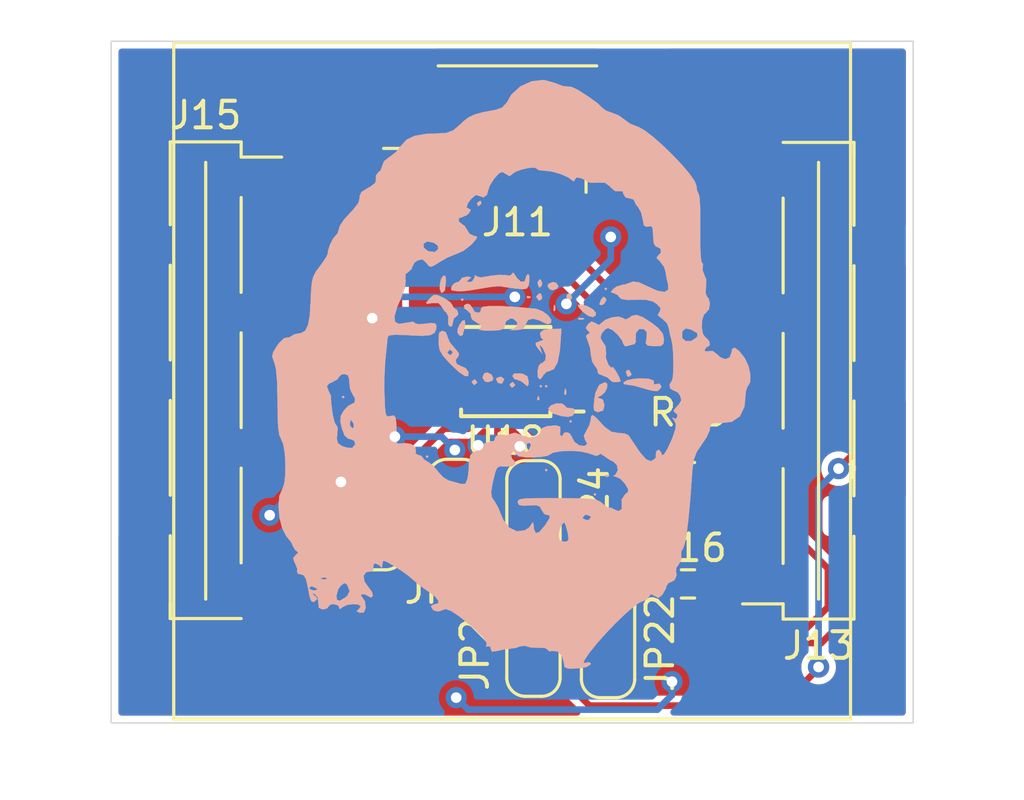
<source format=kicad_pcb>
(kicad_pcb (version 20171130) (host pcbnew "(5.1.2)-2")

  (general
    (thickness 1.6)
    (drawings 13)
    (tracks 164)
    (zones 0)
    (modules 12)
    (nets 16)
  )

  (page A2)
  (layers
    (0 F.Cu signal)
    (31 B.Cu signal)
    (32 B.Adhes user)
    (33 F.Adhes user)
    (34 B.Paste user)
    (35 F.Paste user)
    (36 B.SilkS user)
    (37 F.SilkS user)
    (38 B.Mask user)
    (39 F.Mask user)
    (40 Dwgs.User user)
    (41 Cmts.User user)
    (42 Eco1.User user)
    (43 Eco2.User user)
    (44 Edge.Cuts user)
    (45 Margin user)
    (46 B.CrtYd user)
    (47 F.CrtYd user)
    (48 B.Fab user)
    (49 F.Fab user)
  )

  (setup
    (last_trace_width 0.25)
    (trace_clearance 0.2)
    (zone_clearance 0.508)
    (zone_45_only no)
    (trace_min 0.2)
    (via_size 0.8)
    (via_drill 0.4)
    (via_min_size 0.4)
    (via_min_drill 0.3)
    (uvia_size 0.3)
    (uvia_drill 0.1)
    (uvias_allowed no)
    (uvia_min_size 0.2)
    (uvia_min_drill 0.1)
    (edge_width 0.05)
    (segment_width 0.2)
    (pcb_text_width 0.3)
    (pcb_text_size 1.5 1.5)
    (mod_edge_width 0.12)
    (mod_text_size 1 1)
    (mod_text_width 0.15)
    (pad_size 3.2 3.2)
    (pad_drill 1.8)
    (pad_to_mask_clearance 0.051)
    (solder_mask_min_width 0.25)
    (aux_axis_origin 0 0)
    (visible_elements 7FFFFFFF)
    (pcbplotparams
      (layerselection 0x010fc_ffffffff)
      (usegerberextensions false)
      (usegerberattributes false)
      (usegerberadvancedattributes false)
      (creategerberjobfile false)
      (excludeedgelayer true)
      (linewidth 0.100000)
      (plotframeref false)
      (viasonmask false)
      (mode 1)
      (useauxorigin false)
      (hpglpennumber 1)
      (hpglpenspeed 20)
      (hpglpendiameter 15.000000)
      (psnegative false)
      (psa4output false)
      (plotreference true)
      (plotvalue true)
      (plotinvisibletext false)
      (padsonsilk false)
      (subtractmaskfromsilk false)
      (outputformat 1)
      (mirror false)
      (drillshape 0)
      (scaleselection 1)
      (outputdirectory "D:/MAG+ SUCHAI 2 y 3/MAG_PC_AOA_FOD/A/Hardware/mini_sensor/mini_sensor/"))
  )

  (net 0 "")
  (net 1 RPI_SCL)
  (net 2 RPI_SDA)
  (net 3 GND)
  (net 4 MAG_3V3)
  (net 5 "Net-(J13-Pad5)")
  (net 6 "Net-(J13-Pad6)")
  (net 7 MAG2_BIT0)
  (net 8 MAG2_BIT1)
  (net 9 "Net-(J15-Pad2)")
  (net 10 "Net-(J15-Pad4)")
  (net 11 "Net-(J15-Pad1)")
  (net 12 MAG2_A0)
  (net 13 MAG2_A2)
  (net 14 MAG2_A1)
  (net 15 "Net-(U18-Pad3)")

  (net_class Default "This is the default net class."
    (clearance 0.2)
    (trace_width 0.25)
    (via_dia 0.8)
    (via_drill 0.4)
    (uvia_dia 0.3)
    (uvia_drill 0.1)
    (add_net GND)
    (add_net MAG2_A0)
    (add_net MAG2_A1)
    (add_net MAG2_A2)
    (add_net MAG2_BIT0)
    (add_net MAG2_BIT1)
    (add_net MAG_3V3)
    (add_net "Net-(J13-Pad5)")
    (add_net "Net-(J13-Pad6)")
    (add_net "Net-(J15-Pad1)")
    (add_net "Net-(J15-Pad2)")
    (add_net "Net-(J15-Pad4)")
    (add_net "Net-(U18-Pad3)")
    (add_net RPI_SCL)
    (add_net RPI_SDA)
  )

  (module L86:Marco_2 (layer B.Cu) (tedit 0) (tstamp 61853A70)
    (at 162.4 179.75 180)
    (fp_text reference G*** (at 0 0) (layer B.SilkS) hide
      (effects (font (size 1.524 1.524) (thickness 0.3)) (justify mirror))
    )
    (fp_text value LOGO (at 0.75 0) (layer B.SilkS) hide
      (effects (font (size 1.524 1.524) (thickness 0.3)) (justify mirror))
    )
    (fp_poly (pts (xy 5.8928 -0.762) (xy 5.842 -0.8128) (xy 5.7912 -0.762) (xy 5.842 -0.7112)
      (xy 5.8928 -0.762)) (layer B.SilkS) (width 0.01))
    (fp_poly (pts (xy 0.808665 6.530248) (xy 0.8128 6.5024) (xy 0.778135 6.403442) (xy 0.767996 6.4008)
      (xy 0.681253 6.471995) (xy 0.6604 6.5024) (xy 0.668455 6.596023) (xy 0.705203 6.604)
      (xy 0.808665 6.530248)) (layer B.SilkS) (width 0.01))
    (fp_poly (pts (xy -1.465749 3.575068) (xy -1.456267 3.5052) (xy -1.502119 3.369869) (xy -1.540934 3.3528)
      (xy -1.616118 3.435333) (xy -1.6256 3.5052) (xy -1.579749 3.640532) (xy -1.540934 3.6576)
      (xy -1.465749 3.575068)) (layer B.SilkS) (width 0.01))
    (fp_poly (pts (xy -1.866515 3.492473) (xy -1.8288 3.4036) (xy -1.913504 3.279487) (xy -2.032 3.2512)
      (xy -2.197486 3.314728) (xy -2.2352 3.4036) (xy -2.150497 3.527714) (xy -2.032 3.556)
      (xy -1.866515 3.492473)) (layer B.SilkS) (width 0.01))
    (fp_poly (pts (xy -3.9624 3.302) (xy -4.0132 3.2512) (xy -4.064 3.302) (xy -4.0132 3.3528)
      (xy -3.9624 3.302)) (layer B.SilkS) (width 0.01))
    (fp_poly (pts (xy 2.161419 3.686435) (xy 2.209524 3.485062) (xy 2.212135 3.280217) (xy 2.161396 3.157566)
      (xy 2.135213 3.1496) (xy 2.030731 3.230705) (xy 2.019033 3.2766) (xy 1.997894 3.478923)
      (xy 1.982521 3.623529) (xy 2.005811 3.782586) (xy 2.075679 3.798674) (xy 2.161419 3.686435)) (layer B.SilkS) (width 0.01))
    (fp_poly (pts (xy -0.514877 3.884265) (xy -0.427753 3.799117) (xy -0.27608 3.813538) (xy -0.029563 3.828611)
      (xy 0.29434 3.793648) (xy 0.379793 3.77649) (xy 0.683879 3.730158) (xy 0.832292 3.768088)
      (xy 0.851051 3.796418) (xy 0.892927 3.815359) (xy 0.906378 3.7338) (xy 0.996473 3.583393)
      (xy 1.0922 3.557556) (xy 1.209852 3.574336) (xy 1.137062 3.644873) (xy 1.1176 3.6576)
      (xy 1.037809 3.731712) (xy 1.138719 3.756515) (xy 1.1938 3.757645) (xy 1.372181 3.720614)
      (xy 1.4224 3.6576) (xy 1.503881 3.565657) (xy 1.563929 3.556) (xy 1.686002 3.497387)
      (xy 1.777132 3.374553) (xy 1.790137 3.267014) (xy 1.749411 3.243427) (xy 1.592261 3.220553)
      (xy 1.524 3.209082) (xy 1.3497 3.213183) (xy 1.04529 3.250108) (xy 0.711556 3.305657)
      (xy 0.358586 3.364619) (xy 0.082566 3.398105) (xy -0.050444 3.399432) (xy -0.206451 3.370557)
      (xy -0.482508 3.331626) (xy -0.623976 3.314085) (xy -0.911071 3.287445) (xy -1.055697 3.315935)
      (xy -1.11677 3.427584) (xy -1.13978 3.559455) (xy -1.146577 3.770452) (xy -1.101533 3.86075)
      (xy -1.100004 3.8608) (xy -1.025406 3.778259) (xy -1.016 3.7084) (xy -0.957789 3.574218)
      (xy -0.824378 3.577802) (xy -0.677607 3.706883) (xy -0.632003 3.7846) (xy -0.549717 3.910137)
      (xy -0.514877 3.884265)) (layer B.SilkS) (width 0.01))
    (fp_poly (pts (xy -1.049867 3.014134) (xy -1.063814 2.953733) (xy -1.1176 2.9464) (xy -1.201229 2.983574)
      (xy -1.185334 3.014134) (xy -1.064758 3.026293) (xy -1.049867 3.014134)) (layer B.SilkS) (width 0.01))
    (fp_poly (pts (xy 1.4224 2.8956) (xy 1.3716 2.8448) (xy 1.3208 2.8956) (xy 1.3716 2.9464)
      (xy 1.4224 2.8956)) (layer B.SilkS) (width 0.01))
    (fp_poly (pts (xy -1.411411 3.025237) (xy -1.40716 2.9972) (xy -1.486258 2.878071) (xy -1.51638 2.864274)
      (xy -1.609023 2.913318) (xy -1.6256 2.9972) (xy -1.574049 3.123649) (xy -1.51638 3.130127)
      (xy -1.411411 3.025237)) (layer B.SilkS) (width 0.01))
    (fp_poly (pts (xy -2.551463 3.067309) (xy -2.54 2.9972) (xy -2.594862 2.861994) (xy -2.6416 2.8448)
      (xy -2.731738 2.927092) (xy -2.7432 2.9972) (xy -2.688339 3.132407) (xy -2.6416 3.1496)
      (xy -2.551463 3.067309)) (layer B.SilkS) (width 0.01))
    (fp_poly (pts (xy -3.837428 2.901027) (xy -3.773666 2.72382) (xy -3.847577 2.686959) (xy -3.952959 2.737366)
      (xy -4.033697 2.876262) (xy -4.012157 2.948088) (xy -3.925366 3.006936) (xy -3.837428 2.901027)) (layer B.SilkS) (width 0.01))
    (fp_poly (pts (xy -2.472267 2.607734) (xy -2.486214 2.547333) (xy -2.54 2.54) (xy -2.623629 2.577174)
      (xy -2.607734 2.607734) (xy -2.487158 2.619893) (xy -2.472267 2.607734)) (layer B.SilkS) (width 0.01))
    (fp_poly (pts (xy -2.064196 2.66065) (xy -2.052084 2.501862) (xy -2.072217 2.465917) (xy -2.118396 2.496218)
      (xy -2.125579 2.599267) (xy -2.100767 2.707678) (xy -2.064196 2.66065)) (layer B.SilkS) (width 0.01))
    (fp_poly (pts (xy -2.973014 2.70158) (xy -2.968441 2.697508) (xy -3.003319 2.607477) (xy -3.141134 2.446867)
      (xy -3.357747 2.285832) (xy -3.539992 2.2402) (xy -3.638622 2.314041) (xy -3.63965 2.405694)
      (xy -3.538558 2.527449) (xy -3.336226 2.642359) (xy -3.118947 2.712908) (xy -2.973014 2.70158)) (layer B.SilkS) (width 0.01))
    (fp_poly (pts (xy -2.973917 2.194984) (xy -3.004218 2.148805) (xy -3.107267 2.141622) (xy -3.215678 2.166434)
      (xy -3.16865 2.203005) (xy -3.009862 2.215117) (xy -2.973917 2.194984)) (layer B.SilkS) (width 0.01))
    (fp_poly (pts (xy 2.570799 2.964695) (xy 2.606785 2.924623) (xy 2.72757 2.776867) (xy 2.693625 2.738047)
      (xy 2.506592 2.766662) (xy 2.267414 2.768008) (xy 2.158654 2.654442) (xy 2.036284 2.465736)
      (xy 1.97291 2.41324) (xy 1.891272 2.264974) (xy 1.8979 2.145306) (xy 1.890577 1.955778)
      (xy 1.837651 1.885071) (xy 1.748838 1.907352) (xy 1.7272 2.026004) (xy 1.685747 2.19433)
      (xy 1.6256 2.2352) (xy 1.535462 2.317492) (xy 1.524 2.3876) (xy 1.578861 2.522807)
      (xy 1.6256 2.54) (xy 1.721674 2.620449) (xy 1.729699 2.667) (xy 1.814333 2.790793)
      (xy 2.020345 2.935551) (xy 2.075885 2.964804) (xy 2.307885 3.068837) (xy 2.444783 3.070926)
      (xy 2.570799 2.964695)) (layer B.SilkS) (width 0.01))
    (fp_poly (pts (xy 1.305086 2.686196) (xy 1.291336 2.567211) (xy 1.16256 2.472901) (xy 1.050455 2.358831)
      (xy 1.05292 2.285534) (xy 1.007274 2.158433) (xy 0.835457 2.037665) (xy 0.664526 1.939013)
      (xy 0.668064 1.859765) (xy 0.716498 1.823376) (xy 0.733922 1.765916) (xy 0.557872 1.735099)
      (xy 0.3302 1.728756) (xy -0.027631 1.750239) (xy -0.192027 1.818078) (xy -0.204756 1.8542)
      (xy -0.27223 2.083449) (xy -0.432105 2.189971) (xy -0.541523 2.176972) (xy -0.691214 2.04786)
      (xy -0.67885 1.89219) (xy -0.5334 1.797236) (xy -0.427939 1.760989) (xy -0.517307 1.748004)
      (xy -0.5588 1.747007) (xy -0.793204 1.768408) (xy -0.889 1.794488) (xy -1.007057 1.926266)
      (xy -1.016 1.978797) (xy -1.095212 2.132224) (xy -1.290272 2.180218) (xy -1.537322 2.112189)
      (xy -1.599978 2.075647) (xy -1.827698 1.974333) (xy -1.957526 2.018486) (xy -1.967308 2.145878)
      (xy -1.844481 2.308736) (xy -1.641654 2.45895) (xy -1.411436 2.548412) (xy -1.3716 2.554304)
      (xy -0.639063 2.620976) (xy -0.056114 2.654494) (xy 0.364736 2.65488) (xy 0.610972 2.622158)
      (xy 0.670084 2.556349) (xy 0.666979 2.550647) (xy 0.693157 2.442409) (xy 0.757382 2.403431)
      (xy 0.904668 2.436342) (xy 0.966845 2.545185) (xy 1.080338 2.707162) (xy 1.175246 2.7432)
      (xy 1.305086 2.686196)) (layer B.SilkS) (width 0.01))
    (fp_poly (pts (xy 1.364942 2.104075) (xy 1.468071 1.965885) (xy 1.544747 1.788762) (xy 1.552627 1.655257)
      (xy 1.457648 1.530297) (xy 1.360601 1.592773) (xy 1.290816 1.8034) (xy 1.265292 2.020818)
      (xy 1.280021 2.126184) (xy 1.364942 2.104075)) (layer B.SilkS) (width 0.01))
    (fp_poly (pts (xy 2.227349 1.665603) (xy 2.245211 1.6002) (xy 2.26131 1.251296) (xy 2.222338 1.007843)
      (xy 2.098533 0.791702) (xy 1.860135 0.524736) (xy 1.81954 0.4826) (xy 1.498857 0.179122)
      (xy 1.272133 0.025762) (xy 1.148789 0.026724) (xy 1.136588 0.1778) (xy 1.252538 0.33137)
      (xy 1.398037 0.388067) (xy 1.58092 0.480395) (xy 1.619268 0.636635) (xy 1.513261 0.768637)
      (xy 1.496238 0.879136) (xy 1.524894 0.9144) (xy 1.7272 0.9144) (xy 1.804515 0.815753)
      (xy 1.8288 0.8128) (xy 1.927447 0.890116) (xy 1.9304 0.9144) (xy 1.853084 1.013048)
      (xy 1.8288 1.016) (xy 1.730152 0.938685) (xy 1.7272 0.9144) (xy 1.524894 0.9144)
      (xy 1.651753 1.070507) (xy 1.665661 1.083545) (xy 1.845517 1.303641) (xy 1.929568 1.511543)
      (xy 1.9304 1.528112) (xy 1.99235 1.675435) (xy 2.120288 1.727896) (xy 2.227349 1.665603)) (layer B.SilkS) (width 0.01))
    (fp_poly (pts (xy -4.789821 0.230968) (xy -4.7752 0.158397) (xy -4.828246 0.019386) (xy -4.8768 0)
      (xy -4.975492 0.072922) (xy -4.9784 0.095604) (xy -4.904548 0.233205) (xy -4.8768 0.254)
      (xy -4.789821 0.230968)) (layer B.SilkS) (width 0.01))
    (fp_poly (pts (xy -1.956159 1.792773) (xy -1.684183 1.760881) (xy -1.565778 1.669879) (xy -1.550191 1.602442)
      (xy -1.594804 1.445884) (xy -1.657315 1.412273) (xy -1.670109 1.383161) (xy -1.544905 1.336073)
      (xy -1.385149 1.271656) (xy -1.393531 1.171829) (xy -1.468955 1.0668) (xy -1.626099 0.8636)
      (xy -1.562549 1.0668) (xy -1.528763 1.196518) (xy -1.572977 1.167642) (xy -1.663878 1.049656)
      (xy -1.762945 0.824094) (xy -1.747852 0.621104) (xy -1.628424 0.512082) (xy -1.58933 0.507799)
      (xy -1.501491 0.419147) (xy -1.452101 0.205932) (xy -1.451891 0.202999) (xy -1.469663 -0.023613)
      (xy -1.542512 -0.100571) (xy -1.638104 -0.004492) (xy -1.662342 0.0508) (xy -1.791169 0.185845)
      (xy -1.863971 0.2032) (xy -2.067399 0.287205) (xy -2.20839 0.545594) (xy -2.291372 0.987931)
      (xy -2.305555 1.157015) (xy -2.348566 1.803062) (xy -1.956159 1.792773)) (layer B.SilkS) (width 0.01))
    (fp_poly (pts (xy 0.548867 0.128467) (xy 0.61251 -0.039795) (xy 0.519795 -0.17518) (xy 0.4064 -0.2032)
      (xy 0.241619 -0.144236) (xy 0.2032 -0.06167) (xy 0.276761 0.083313) (xy 0.430082 0.159888)
      (xy 0.548867 0.128467)) (layer B.SilkS) (width 0.01))
    (fp_poly (pts (xy -4.989274 2.288247) (xy -4.89712 2.21488) (xy -4.751963 2.148299) (xy -4.663321 2.20484)
      (xy -4.489548 2.257742) (xy -4.233519 2.226202) (xy -3.986492 2.131528) (xy -3.850287 2.01499)
      (xy -3.750802 1.944083) (xy -3.628024 2.014386) (xy -3.480436 2.077928) (xy -3.347414 1.97471)
      (xy -3.264847 1.830605) (xy -3.339902 1.735213) (xy -3.34543 1.731756) (xy -3.423874 1.652192)
      (xy -3.349728 1.607643) (xy -3.273641 1.531014) (xy -3.332195 1.359406) (xy -3.338231 1.348023)
      (xy -3.425921 1.080738) (xy -3.4544 0.83192) (xy -3.503002 0.572463) (xy -3.605682 0.407329)
      (xy -3.707035 0.265539) (xy -3.703127 0.194667) (xy -3.746458 0.110132) (xy -3.907445 0.042765)
      (xy -4.099585 -0.035707) (xy -4.1656 -0.112614) (xy -4.250792 -0.186244) (xy -4.3688 -0.2032)
      (xy -4.534186 -0.186711) (xy -4.572 -0.164013) (xy -4.533038 -0.047909) (xy -4.44333 0.124965)
      (xy -4.343641 0.285701) (xy -4.274738 0.36539) (xy -4.264595 0.3556) (xy -4.21255 0.344902)
      (xy -4.113757 0.448228) (xy -4.016745 0.710769) (xy -4.025648 0.877025) (xy -4.003992 1.154124)
      (xy -3.922062 1.274053) (xy -3.815635 1.458262) (xy -3.864577 1.632656) (xy -4.002578 1.790509)
      (xy -4.100665 1.8288) (xy -4.269615 1.752646) (xy -4.467886 1.573543) (xy -4.624968 1.365528)
      (xy -4.6736 1.227182) (xy -4.745115 1.142436) (xy -4.83431 1.15753) (xy -5.024067 1.212234)
      (xy -5.082476 1.2192) (xy -5.138987 1.300893) (xy -5.134024 1.40566) (xy -5.147738 1.651984)
      (xy -5.270825 1.793694) (xy -5.433438 1.792889) (xy -5.551238 1.683312) (xy -5.54523 1.459423)
      (xy -5.541664 1.442723) (xy -5.516526 1.252613) (xy -5.589438 1.1713) (xy -5.810787 1.14872)
      (xy -5.838373 1.147895) (xy -6.079075 1.157717) (xy -6.178588 1.236071) (xy -6.1976 1.415233)
      (xy -6.14949 1.62637) (xy -5.980458 1.832133) (xy -5.749191 2.014777) (xy -5.407748 2.236455)
      (xy -5.168352 2.324345) (xy -4.989274 2.288247)) (layer B.SilkS) (width 0.01))
    (fp_poly (pts (xy 1.013047 -0.178915) (xy 1.016 -0.2032) (xy 0.938684 -0.301847) (xy 0.9144 -0.3048)
      (xy 0.815752 -0.227484) (xy 0.8128 -0.2032) (xy 0.890115 -0.104552) (xy 0.9144 -0.1016)
      (xy 1.013047 -0.178915)) (layer B.SilkS) (width 0.01))
    (fp_poly (pts (xy 0.084453 -0.051679) (xy 0.1016 -0.095603) (xy 0.034375 -0.228275) (xy -0.095931 -0.260046)
      (xy -0.138229 -0.234304) (xy -0.200035 -0.08682) (xy -0.09129 -0.002948) (xy -0.0508 0)
      (xy 0.084453 -0.051679)) (layer B.SilkS) (width 0.01))
    (fp_poly (pts (xy -0.409353 -0.280515) (xy -0.4064 -0.3048) (xy -0.483716 -0.403447) (xy -0.508 -0.4064)
      (xy -0.606648 -0.329084) (xy -0.6096 -0.3048) (xy -0.532285 -0.206152) (xy -0.508 -0.2032)
      (xy -0.409353 -0.280515)) (layer B.SilkS) (width 0.01))
    (fp_poly (pts (xy -0.576915 0.122465) (xy -0.508 0.033204) (xy -0.58912 -0.087689) (xy -0.653143 -0.1016)
      (xy -0.838024 -0.168516) (xy -0.957943 -0.261257) (xy -1.075582 -0.357357) (xy -1.114466 -0.287544)
      (xy -1.1176 -0.171188) (xy -1.074417 0.017322) (xy -0.906454 0.10618) (xy -0.8128 0.123273)
      (xy -0.576915 0.122465)) (layer B.SilkS) (width 0.01))
    (fp_poly (pts (xy -1.524 -0.3556) (xy -1.5748 -0.4064) (xy -1.6256 -0.3556) (xy -1.5748 -0.3048)
      (xy -1.524 -0.3556)) (layer B.SilkS) (width 0.01))
    (fp_poly (pts (xy -1.7272 -0.3556) (xy -1.778 -0.4064) (xy -1.8288 -0.3556) (xy -1.778 -0.3048)
      (xy -1.7272 -0.3556)) (layer B.SilkS) (width 0.01))
    (fp_poly (pts (xy -5.049701 -0.079923) (xy -4.807657 -0.134926) (xy -4.681552 -0.211293) (xy -4.696868 -0.278168)
      (xy -4.864027 -0.3048) (xy -5.080787 -0.337466) (xy -5.377538 -0.418353) (xy -5.448227 -0.441988)
      (xy -5.72716 -0.518977) (xy -5.935162 -0.541193) (xy -5.969 -0.535122) (xy -6.085943 -0.408553)
      (xy -6.096 -0.350322) (xy -6.028139 -0.256776) (xy -5.926934 -0.274454) (xy -5.812336 -0.287645)
      (xy -5.824149 -0.232083) (xy -5.798972 -0.136341) (xy -5.613019 -0.076723) (xy -5.306756 -0.061178)
      (xy -5.049701 -0.079923)) (layer B.SilkS) (width 0.01))
    (fp_poly (pts (xy -2.470596 -0.48895) (xy -2.458484 -0.647738) (xy -2.478617 -0.683683) (xy -2.524796 -0.653382)
      (xy -2.531979 -0.550333) (xy -2.507167 -0.441922) (xy -2.470596 -0.48895)) (layer B.SilkS) (width 0.01))
    (fp_poly (pts (xy -1.456267 -0.745066) (xy -1.444108 -0.865642) (xy -1.456267 -0.880533) (xy -1.516668 -0.866586)
      (xy -1.524 -0.8128) (xy -1.486827 -0.729171) (xy -1.456267 -0.745066)) (layer B.SilkS) (width 0.01))
    (fp_poly (pts (xy -3.771887 -0.304152) (xy -3.630648 -0.588534) (xy -3.582523 -0.851033) (xy -3.559276 -1.137252)
      (xy -3.586896 -1.27553) (xy -3.683698 -1.318504) (xy -3.745987 -1.3208) (xy -3.913887 -1.267286)
      (xy -3.962367 -1.075005) (xy -3.9624 -1.0668) (xy -3.905549 -0.857183) (xy -3.7846 -0.806359)
      (xy -3.692055 -0.786352) (xy -3.784614 -0.729106) (xy -3.8354 -0.708033) (xy -3.974807 -0.591561)
      (xy -4.060568 -0.419324) (xy -4.070162 -0.265702) (xy -3.9878 -0.204755) (xy -3.771887 -0.304152)) (layer B.SilkS) (width 0.01))
    (fp_poly (pts (xy -2.151237 -1.004326) (xy -1.951085 -1.079368) (xy -1.856204 -1.18779) (xy -1.910555 -1.297504)
      (xy -2.098108 -1.400545) (xy -2.349322 -1.476639) (xy -2.594654 -1.50551) (xy -2.764562 -1.466883)
      (xy -2.777067 -1.456266) (xy -2.847453 -1.307247) (xy -2.802748 -1.190891) (xy -2.693257 -1.18213)
      (xy -2.532162 -1.156115) (xy -2.483257 -1.087946) (xy -2.359197 -1.002318) (xy -2.151237 -1.004326)) (layer B.SilkS) (width 0.01))
    (fp_poly (pts (xy -2.6416 -1.6764) (xy -2.6924 -1.7272) (xy -2.7432 -1.6764) (xy -2.6924 -1.6256)
      (xy -2.6416 -1.6764)) (layer B.SilkS) (width 0.01))
    (fp_poly (pts (xy 2.7432 -2.9972) (xy 2.6924 -3.048) (xy 2.6416 -2.9972) (xy 2.6924 -2.9464)
      (xy 2.7432 -2.9972)) (layer B.SilkS) (width 0.01))
    (fp_poly (pts (xy -1.7272 -3.5052) (xy -1.778 -3.556) (xy -1.8288 -3.5052) (xy -1.778 -3.4544)
      (xy -1.7272 -3.5052)) (layer B.SilkS) (width 0.01))
    (fp_poly (pts (xy -3.996267 -3.691466) (xy -4.010214 -3.751867) (xy -4.064 -3.7592) (xy -4.147629 -3.722026)
      (xy -4.131734 -3.691466) (xy -4.011158 -3.679307) (xy -3.996267 -3.691466)) (layer B.SilkS) (width 0.01))
    (fp_poly (pts (xy -3.556 -4.4196) (xy -3.6068 -4.4704) (xy -3.6576 -4.4196) (xy -3.6068 -4.3688)
      (xy -3.556 -4.4196)) (layer B.SilkS) (width 0.01))
    (fp_poly (pts (xy -1.237253 11.097183) (xy -0.810188 10.904986) (xy -0.466888 10.590203) (xy -0.301629 10.29894)
      (xy -0.121547 10.105221) (xy 0.119946 10.024361) (xy 0.588662 9.935878) (xy 0.910952 9.847845)
      (xy 1.142279 9.737655) (xy 1.338104 9.582707) (xy 1.432125 9.489567) (xy 1.705646 9.254511)
      (xy 1.968985 9.155665) (xy 2.13935 9.144) (xy 2.732684 9.120957) (xy 3.160476 9.045223)
      (xy 3.455828 8.906895) (xy 3.651842 8.696069) (xy 3.655376 8.690399) (xy 3.860782 8.438241)
      (xy 4.092278 8.259017) (xy 4.112304 8.249224) (xy 4.305787 8.095812) (xy 4.3688 7.937849)
      (xy 4.435043 7.74913) (xy 4.513313 7.687886) (xy 4.612721 7.55778) (xy 4.608752 7.444771)
      (xy 4.632836 7.284182) (xy 4.818484 7.136828) (xy 4.913364 7.08845) (xy 5.157104 6.935408)
      (xy 5.226273 6.780022) (xy 5.219224 6.736495) (xy 5.267066 6.533856) (xy 5.488203 6.247752)
      (xy 5.582899 6.151581) (xy 5.810178 5.900182) (xy 5.959626 5.678162) (xy 5.9944 5.573377)
      (xy 6.049628 5.385263) (xy 6.102267 5.330127) (xy 6.219251 5.188224) (xy 6.337073 4.954551)
      (xy 6.410464 4.729024) (xy 6.414677 4.640614) (xy 6.461884 4.519197) (xy 6.603315 4.301675)
      (xy 6.714217 4.15472) (xy 6.868252 3.945442) (xy 6.964907 3.752824) (xy 7.019759 3.517892)
      (xy 7.048384 3.181673) (xy 7.061638 2.839418) (xy 7.094498 2.302708) (xy 7.159791 1.941026)
      (xy 7.267806 1.727414) (xy 7.428832 1.63491) (xy 7.524844 1.6256) (xy 7.712584 1.57824)
      (xy 7.769657 1.528438) (xy 7.903202 1.467441) (xy 7.953453 1.477691) (xy 8.080958 1.430216)
      (xy 8.254298 1.255828) (xy 8.321182 1.165117) (xy 8.46994 0.919233) (xy 8.504262 0.748387)
      (xy 8.439382 0.571172) (xy 8.434168 0.561358) (xy 8.365088 0.30747) (xy 8.322219 -0.145954)
      (xy 8.30573 -0.796924) (xy 8.305575 -0.933905) (xy 8.299587 -1.519575) (xy 8.27717 -1.930381)
      (xy 8.23558 -2.194201) (xy 8.172069 -2.338909) (xy 8.166549 -2.345506) (xy 8.086719 -2.540119)
      (xy 8.033477 -2.868902) (xy 8.008381 -3.265739) (xy 8.01299 -3.664514) (xy 8.048863 -3.999111)
      (xy 8.117559 -4.203413) (xy 8.122595 -4.209888) (xy 8.234329 -4.474771) (xy 8.26859 -4.854681)
      (xy 8.232342 -5.27982) (xy 8.132548 -5.680388) (xy 7.976173 -5.986588) (xy 7.941227 -6.027714)
      (xy 7.786524 -6.225075) (xy 7.721603 -6.372846) (xy 7.7216 -6.373481) (xy 7.641797 -6.509783)
      (xy 7.5946 -6.536998) (xy 7.529998 -6.6066) (xy 7.62 -6.694765) (xy 7.717634 -6.807215)
      (xy 7.670733 -6.963153) (xy 7.641958 -7.011432) (xy 7.563341 -7.209422) (xy 7.571754 -7.319332)
      (xy 7.540749 -7.398158) (xy 7.43924 -7.4168) (xy 7.318056 -7.457313) (xy 7.23387 -7.607676)
      (xy 7.164523 -7.911122) (xy 7.153844 -7.973642) (xy 7.091527 -8.289041) (xy 7.028844 -8.436826)
      (xy 6.947164 -8.451762) (xy 6.9088 -8.430842) (xy 6.807605 -8.335074) (xy 6.884756 -8.239427)
      (xy 6.9088 -8.221865) (xy 7.009626 -8.140885) (xy 6.941173 -8.147559) (xy 6.9088 -8.156761)
      (xy 6.793725 -8.286381) (xy 6.775527 -8.469296) (xy 6.752614 -8.673084) (xy 6.621155 -8.737024)
      (xy 6.597727 -8.7376) (xy 6.436067 -8.693842) (xy 6.4008 -8.636) (xy 6.315705 -8.553451)
      (xy 6.1976 -8.5344) (xy 6.032651 -8.585333) (xy 5.9944 -8.656319) (xy 5.964411 -8.727005)
      (xy 5.872479 -8.656319) (xy 5.709962 -8.574092) (xy 5.485698 -8.537872) (xy 5.282377 -8.551103)
      (xy 5.182689 -8.617232) (xy 5.1816 -8.627533) (xy 5.261741 -8.741259) (xy 5.305979 -8.762126)
      (xy 5.326909 -8.813771) (xy 5.225299 -8.85721) (xy 5.067639 -8.855684) (xy 5.004578 -8.706673)
      (xy 4.998874 -8.652688) (xy 5.026651 -8.428848) (xy 5.102012 -8.317595) (xy 5.174217 -8.210733)
      (xy 5.155712 -8.169846) (xy 5.031007 -8.165263) (xy 4.9391 -8.220055) (xy 4.78988 -8.29087)
      (xy 4.727361 -8.225197) (xy 4.763416 -8.075468) (xy 4.781309 -8.051492) (xy 5.596489 -8.051492)
      (xy 5.687467 -8.225525) (xy 5.7658 -8.291368) (xy 5.972229 -8.414792) (xy 6.073814 -8.37632)
      (xy 6.096 -8.222342) (xy 6.028268 -7.98647) (xy 6.8072 -7.98647) (xy 6.890164 -8.021986)
      (xy 6.9596 -8.0264) (xy 7.094831 -7.973229) (xy 7.112 -7.927988) (xy 7.037526 -7.872086)
      (xy 6.9596 -7.888058) (xy 6.825918 -7.960172) (xy 6.8072 -7.98647) (xy 6.028268 -7.98647)
      (xy 6.02641 -7.980001) (xy 5.934379 -7.850265) (xy 5.796724 -7.74577) (xy 5.704005 -7.799362)
      (xy 5.681935 -7.832122) (xy 5.596489 -8.051492) (xy 4.781309 -8.051492) (xy 4.873094 -7.928505)
      (xy 5.039844 -7.691126) (xy 5.055893 -7.595709) (xy 6.444865 -7.595709) (xy 6.544733 -7.611978)
      (xy 6.67651 -7.593299) (xy 6.678083 -7.558616) (xy 6.542102 -7.534362) (xy 6.48335 -7.550595)
      (xy 6.444865 -7.595709) (xy 5.055893 -7.595709) (xy 5.0757 -7.477961) (xy 4.981258 -7.340274)
      (xy 4.865929 -7.3152) (xy 4.710063 -7.270475) (xy 4.710341 -7.1628) (xy 4.696221 -7.031529)
      (xy 4.628077 -7.0104) (xy 4.466465 -7.088807) (xy 4.436087 -7.1374) (xy 4.391359 -7.173037)
      (xy 4.376821 -7.0866) (xy 4.34863 -6.935451) (xy 4.323807 -6.9088) (xy 4.18058 -6.963683)
      (xy 3.937181 -7.102057) (xy 3.655255 -7.28451) (xy 3.396448 -7.471628) (xy 3.2512 -7.594577)
      (xy 2.986756 -7.819082) (xy 2.680146 -8.040223) (xy 2.649432 -8.059997) (xy 2.389893 -8.255295)
      (xy 2.263422 -8.416269) (xy 2.285554 -8.515659) (xy 2.379133 -8.5344) (xy 2.519661 -8.588344)
      (xy 2.54 -8.639188) (xy 2.458444 -8.766238) (xy 2.283289 -8.817476) (xy 2.118807 -8.763329)
      (xy 2.115063 -8.759703) (xy 1.985796 -8.721391) (xy 1.775251 -8.801626) (xy 1.466522 -9.010378)
      (xy 1.042701 -9.357614) (xy 0.920262 -9.464173) (xy 0.607977 -9.766232) (xy 0.462034 -9.976526)
      (xy 0.460705 -10.064071) (xy 0.482391 -10.143782) (xy 0.422098 -10.118901) (xy 0.322403 -10.128895)
      (xy 0.3048 -10.21165) (xy 0.260082 -10.323642) (xy 0.09518 -10.30516) (xy 0.0762 -10.29884)
      (xy -0.216654 -10.232569) (xy -0.4064 -10.214238) (xy -0.65431 -10.178276) (xy -0.7874 -10.127048)
      (xy -0.977309 -10.099331) (xy -1.039938 -10.123993) (xy -1.223522 -10.170124) (xy -1.491612 -10.173469)
      (xy -1.497138 -10.173005) (xy -1.721609 -10.181857) (xy -1.827556 -10.241526) (xy -1.8288 -10.250626)
      (xy -1.903061 -10.31294) (xy -1.982494 -10.297844) (xy -2.193933 -10.308462) (xy -2.364846 -10.467488)
      (xy -2.438294 -10.720793) (xy -2.4384 -10.73124) (xy -2.468293 -10.897821) (xy -2.598081 -10.958579)
      (xy -2.7686 -10.961014) (xy -3.058895 -10.93848) (xy -3.2766 -10.902764) (xy -3.427243 -10.820603)
      (xy -3.4544 -10.765338) (xy -3.378643 -10.718256) (xy -3.287825 -10.738298) (xy -3.175041 -10.755091)
      (xy -3.211625 -10.644438) (xy -3.408113 -10.354281) (xy -3.690976 -10.003518) (xy -4.028306 -9.624508)
      (xy -4.388191 -9.249613) (xy -4.738721 -8.911194) (xy -5.047987 -8.641611) (xy -5.284077 -8.473226)
      (xy -5.392457 -8.4328) (xy -5.57527 -8.349859) (xy -5.629133 -8.268957) (xy -5.707553 -8.161756)
      (xy -5.838231 -8.226527) (xy -5.846378 -8.233233) (xy -5.987825 -8.301663) (xy -6.117399 -8.20587)
      (xy -6.146745 -8.168475) (xy -6.263775 -7.965695) (xy -6.295969 -7.8486) (xy -6.380227 -7.733733)
      (xy -6.44073 -7.7216) (xy -6.591377 -7.637874) (xy -6.67286 -7.45683) (xy -6.648652 -7.305252)
      (xy -6.664608 -7.168701) (xy -6.745606 -7.05748) (xy -6.846745 -6.869808) (xy -6.842317 -6.752165)
      (xy -6.852265 -6.555082) (xy -6.912106 -6.447617) (xy -6.977793 -6.271312) (xy -7.010868 -6.093096)
      (xy -2.618963 -6.093096) (xy -2.564292 -6.183505) (xy -2.446473 -6.1976) (xy -2.276779 -6.135999)
      (xy -2.236756 -5.969) (xy -2.271049 -5.753588) (xy -2.348685 -5.566802) (xy -2.436025 -5.477289)
      (xy -2.471808 -5.489342) (xy -2.521611 -5.612405) (xy -2.582512 -5.846737) (xy -2.587005 -5.8674)
      (xy -2.618963 -6.093096) (xy -7.010868 -6.093096) (xy -7.045386 -5.907109) (xy -7.113058 -5.370273)
      (xy -7.121326 -5.2832) (xy -3.4544 -5.2832) (xy -3.372109 -5.373337) (xy -3.302 -5.3848)
      (xy -3.166794 -5.329938) (xy -3.1496 -5.2832) (xy -3.231892 -5.193062) (xy -3.302 -5.1816)
      (xy -3.437207 -5.236461) (xy -3.4544 -5.2832) (xy -7.121326 -5.2832) (xy -7.178982 -4.676072)
      (xy -7.21315 -4.217773) (xy -4.853595 -4.217773) (xy -4.845804 -4.327503) (xy -4.734941 -4.424455)
      (xy -4.604471 -4.621238) (xy -4.617719 -4.759188) (xy -4.617453 -4.965157) (xy -4.494013 -5.048223)
      (xy -4.31355 -4.974706) (xy -4.193298 -4.90884) (xy -4.1656 -4.932869) (xy -4.102968 -4.928481)
      (xy -3.949815 -4.810707) (xy -3.926232 -4.788945) (xy -3.812392 -4.695934) (xy -3.678424 -4.632557)
      (xy -3.485172 -4.593036) (xy -3.193481 -4.571593) (xy -2.764197 -4.562452) (xy -2.376832 -4.560323)
      (xy -1.761078 -4.559109) (xy -1.31955 -4.561495) (xy -1.023272 -4.57041) (xy -0.843272 -4.588785)
      (xy -0.750576 -4.619547) (xy -0.71621 -4.665627) (xy -0.7112 -4.728712) (xy -0.7679 -4.820106)
      (xy -0.963273 -4.843669) (xy -1.129341 -4.83252) (xy -1.40664 -4.822935) (xy -1.545462 -4.877874)
      (xy -1.598391 -4.986922) (xy -1.701607 -5.147419) (xy -1.78985 -5.1816) (xy -1.905916 -5.206691)
      (xy -1.904247 -5.305678) (xy -1.778895 -5.514129) (xy -1.720282 -5.597715) (xy -1.520612 -5.830144)
      (xy -1.387435 -5.871361) (xy -1.318703 -5.721443) (xy -1.309015 -5.6134) (xy -1.288552 -5.465681)
      (xy -1.255196 -5.491505) (xy -1.253491 -5.497643) (xy -1.133015 -5.664831) (xy -0.981284 -5.765385)
      (xy -0.67948 -5.803996) (xy -0.394773 -5.667692) (xy -0.169541 -5.383181) (xy -0.096987 -5.208068)
      (xy 0.023714 -4.909695) (xy 0.1608 -4.673239) (xy 0.181329 -4.647827) (xy 0.265551 -4.516139)
      (xy 0.286461 -4.345668) (xy 0.246493 -4.072549) (xy 0.209759 -3.901223) (xy 0.133125 -3.581778)
      (xy 0.060733 -3.416273) (xy -0.047237 -3.360281) (xy -0.230606 -3.369377) (xy -0.263526 -3.373194)
      (xy -0.506397 -3.360074) (xy -0.621736 -3.274615) (xy -0.577881 -3.151373) (xy -0.512438 -3.101542)
      (xy -0.459119 -2.969902) (xy -0.476775 -2.881225) (xy -0.537698 -2.77253) (xy -0.609036 -2.848005)
      (xy -0.627922 -2.881147) (xy -0.748837 -2.98056) (xy -0.994343 -3.024296) (xy -1.278366 -3.026581)
      (xy -1.595503 -3.005691) (xy -1.819485 -2.967482) (xy -1.886384 -2.935423) (xy -2.038034 -2.850482)
      (xy -2.324775 -2.798434) (xy -2.680802 -2.781665) (xy -3.040308 -2.802562) (xy -3.337487 -2.863512)
      (xy -3.384544 -2.881089) (xy -3.651019 -2.967742) (xy -3.757415 -2.939325) (xy -3.7592 -2.925468)
      (xy -3.819312 -2.889984) (xy -3.937 -2.96601) (xy -4.160948 -3.119316) (xy -4.2926 -3.181768)
      (xy -4.430963 -3.312568) (xy -4.465475 -3.506972) (xy -4.386379 -3.666969) (xy -4.3434 -3.691912)
      (xy -4.306183 -3.736777) (xy -4.391858 -3.751178) (xy -4.568251 -3.836031) (xy -4.741814 -4.025517)
      (xy -4.853595 -4.217773) (xy -7.21315 -4.217773) (xy -7.241332 -3.839772) (xy -7.261049 -3.531352)
      (xy -7.312652 -3.12257) (xy -7.431246 -2.812471) (xy -7.610867 -2.551531) (xy -7.796356 -2.274198)
      (xy -7.909041 -2.022536) (xy -7.924801 -1.93341) (xy -7.949682 -1.79183) (xy -8.061634 -1.736275)
      (xy -8.316618 -1.739959) (xy -8.327382 -1.740728) (xy -8.748891 -1.690295) (xy -9.050811 -1.480476)
      (xy -9.217302 -1.126608) (xy -9.242298 -0.883945) (xy -6.84977 -0.883945) (xy -6.746718 -1.05451)
      (xy -6.687415 -1.112736) (xy -6.56739 -1.255305) (xy -6.577733 -1.320395) (xy -6.584843 -1.3208)
      (xy -6.690695 -1.403197) (xy -6.7056 -1.479196) (xy -6.652934 -1.582863) (xy -6.5786 -1.561293)
      (xy -6.506544 -1.534657) (xy -6.574387 -1.636562) (xy -6.582056 -1.64607) (xy -6.643715 -1.771312)
      (xy -6.632058 -1.947097) (xy -6.539455 -2.228281) (xy -6.480456 -2.376632) (xy -6.326233 -2.714699)
      (xy -6.201344 -2.91174) (xy -6.120086 -2.950346) (xy -6.096 -2.8448) (xy -6.018685 -2.746152)
      (xy -5.9944 -2.7432) (xy -5.905041 -2.800449) (xy -5.904832 -2.8194) (xy -5.881634 -3.061932)
      (xy -5.715 -3.169823) (xy -5.532725 -3.104213) (xy -5.30096 -2.84393) (xy -5.233237 -2.745473)
      (xy -5.050536 -2.471023) (xy -4.910155 -2.263241) (xy -4.861915 -2.194063) (xy -4.721708 -2.131379)
      (xy -4.484526 -2.110941) (xy -4.221034 -2.064094) (xy -3.971845 -1.88182) (xy -3.868352 -1.771078)
      (xy -3.643964 -1.529198) (xy -3.51736 -1.438506) (xy -3.46305 -1.488655) (xy -3.4544 -1.602993)
      (xy -3.398038 -1.820361) (xy -3.293182 -2.013757) (xy -3.19147 -2.215) (xy -3.235521 -2.367383)
      (xy -3.253825 -2.390762) (xy -3.317992 -2.522989) (xy -3.214454 -2.599465) (xy -3.026361 -2.580577)
      (xy -2.997003 -2.559844) (xy -1.201638 -2.559844) (xy -1.15753 -2.68409) (xy -1.05793 -2.828265)
      (xy -0.970812 -2.807479) (xy -0.948267 -2.696772) (xy -1.028012 -2.531324) (xy -1.083734 -2.49676)
      (xy -1.198839 -2.47117) (xy -1.201638 -2.559844) (xy -2.997003 -2.559844) (xy -2.838802 -2.448121)
      (xy -2.744028 -2.269855) (xy -2.7432 -2.253327) (xy -2.662169 -2.135728) (xy -2.5908 -2.096858)
      (xy -2.459975 -2.094746) (xy -2.4384 -2.136788) (xy -2.366201 -2.232873) (xy -2.346312 -2.2352)
      (xy -2.29405 -2.154288) (xy -2.307362 -2.032) (xy -2.308237 -1.88014) (xy -2.167289 -1.83045)
      (xy -2.10296 -1.8288) (xy -1.805113 -1.858104) (xy -1.614377 -1.933326) (xy -1.577301 -2.03543)
      (xy -1.581113 -2.042213) (xy -1.544168 -2.145119) (xy -1.400249 -2.240633) (xy -1.158094 -2.292805)
      (xy -0.886942 -2.204924) (xy -0.866473 -2.194462) (xy -0.603647 -2.10082) (xy -0.441604 -2.146544)
      (xy -0.278751 -2.20844) (xy -0.21682 -2.192817) (xy -0.063801 -2.168804) (xy 0.090138 -2.223246)
      (xy 0.155819 -2.318116) (xy 0.14582 -2.347446) (xy 0.18586 -2.416227) (xy 0.327174 -2.4384)
      (xy 0.570823 -2.516795) (xy 0.7112 -2.6416) (xy 0.863847 -2.798402) (xy 0.966008 -2.8448)
      (xy 1.062039 -2.939859) (xy 1.118732 -3.203519) (xy 1.130372 -3.4544) (xy 1.15042 -3.674199)
      (xy 1.179483 -3.846044) (xy 1.253178 -4.017442) (xy 1.41002 -4.027751) (xy 1.452407 -4.015642)
      (xy 1.733911 -3.934519) (xy 1.88404 -3.895559) (xy 2.080938 -3.779426) (xy 2.27808 -3.565603)
      (xy 2.29044 -3.547571) (xy 2.474932 -3.328373) (xy 2.655058 -3.197283) (xy 2.667 -3.192962)
      (xy 2.817201 -3.100556) (xy 2.8448 -3.041153) (xy 2.927901 -2.95869) (xy 3.00807 -2.9464)
      (xy 3.123519 -2.883709) (xy 3.113453 -2.795549) (xy 3.138572 -2.635833) (xy 3.273284 -2.542818)
      (xy 5.389476 -2.542818) (xy 5.494955 -2.662026) (xy 5.5118 -2.668524) (xy 5.69545 -2.663552)
      (xy 5.877314 -2.605366) (xy 6.039295 -2.495175) (xy 6.079604 -2.320578) (xy 6.061501 -2.163574)
      (xy 6.047345 -1.938836) (xy 6.084371 -1.830552) (xy 6.092853 -1.8288) (xy 6.153185 -1.73754)
      (xy 6.216539 -1.503034) (xy 6.251893 -1.2954) (xy 6.287562 -0.998703) (xy 6.300989 -0.805044)
      (xy 6.295058 -0.762) (xy 6.313428 -0.685777) (xy 6.38772 -0.532439) (xy 6.454045 -0.356873)
      (xy 6.374232 -0.257304) (xy 6.252488 -0.204754) (xy 6.062209 -0.098451) (xy 5.9944 -0.002514)
      (xy 5.909635 0.08302) (xy 5.797995 0.1016) (xy 5.656558 0.054403) (xy 5.610331 -0.121494)
      (xy 5.610391 -0.207924) (xy 5.580591 -0.467105) (xy 5.501995 -0.634644) (xy 5.397222 -0.813239)
      (xy 5.411939 -0.966723) (xy 5.5118 -1.019192) (xy 5.657265 -1.096801) (xy 5.820733 -1.272384)
      (xy 5.932886 -1.473066) (xy 5.946162 -1.686009) (xy 5.893017 -1.929591) (xy 5.786077 -2.211769)
      (xy 5.649628 -2.328213) (xy 5.584083 -2.3368) (xy 5.425883 -2.403672) (xy 5.389476 -2.542818)
      (xy 3.273284 -2.542818) (xy 3.302912 -2.522361) (xy 3.542814 -2.489936) (xy 3.642119 -2.506513)
      (xy 3.8095 -2.514777) (xy 3.846901 -2.390629) (xy 3.845647 -2.374297) (xy 3.838405 -2.147272)
      (xy 3.842001 -1.908825) (xy 5.447546 -1.908825) (xy 5.489588 -1.9304) (xy 5.576913 -1.848059)
      (xy 5.588 -1.778) (xy 5.566262 -1.642444) (xy 5.54807 -1.6256) (xy 5.482557 -1.705046)
      (xy 5.449658 -1.778) (xy 5.447546 -1.908825) (xy 3.842001 -1.908825) (xy 3.843035 -1.840345)
      (xy 3.844702 -1.796553) (xy 3.869734 -1.547295) (xy 3.935683 -1.455505) (xy 4.05347 -1.469857)
      (xy 4.148203 -1.493085) (xy 4.210882 -1.468304) (xy 4.24956 -1.361841) (xy 4.272293 -1.140024)
      (xy 4.287137 -0.769178) (xy 4.29571 -0.4572) (xy 4.292499 0.015338) (xy 4.266174 0.52958)
      (xy 4.245379 0.762) (xy 4.208672 1.108308) (xy 4.181839 1.379248) (xy 4.172265 1.493568)
      (xy 4.106963 1.554145) (xy 3.902506 1.578535) (xy 3.533067 1.568685) (xy 3.341778 1.556206)
      (xy 2.878668 1.535116) (xy 2.581476 1.560425) (xy 2.415781 1.644543) (xy 2.347164 1.799881)
      (xy 2.338355 1.917986) (xy 2.388385 2.003424) (xy 2.56838 2.015645) (xy 2.7432 1.992985)
      (xy 3.003965 1.972319) (xy 3.141093 2.004538) (xy 3.1496 2.023708) (xy 3.235841 2.068888)
      (xy 3.472179 2.0269) (xy 3.474605 2.026206) (xy 3.747997 1.984798) (xy 3.894207 2.062196)
      (xy 3.915224 2.270326) (xy 3.813041 2.621113) (xy 3.640471 3.019835) (xy 3.52295 3.347417)
      (xy 3.49507 3.608967) (xy 3.50448 3.655335) (xy 3.500573 3.854009) (xy 3.410605 3.922971)
      (xy 3.271292 4.047544) (xy 3.2512 4.122096) (xy 3.170926 4.275967) (xy 3.054011 4.365583)
      (xy 2.873722 4.410704) (xy 2.728251 4.287256) (xy 2.716745 4.271126) (xy 2.619062 4.150636)
      (xy 2.519937 4.133054) (xy 2.352286 4.223137) (xy 2.228133 4.305776) (xy 1.924267 4.478775)
      (xy 1.627312 4.601031) (xy 1.584727 4.612827) (xy 1.318971 4.736221) (xy 1.253932 4.78656)
      (xy 2.278979 4.78656) (xy 2.405181 4.683076) (xy 2.614787 4.710392) (xy 2.68409 4.735271)
      (xy 2.822294 4.854495) (xy 2.825299 4.996644) (xy 2.697325 5.076968) (xy 2.667 5.078445)
      (xy 2.429848 5.029167) (xy 2.282987 4.914855) (xy 2.278979 4.78656) (xy 1.253932 4.78656)
      (xy 1.048618 4.945469) (xy 1.010564 4.98422) (xy 0.845556 5.174295) (xy 0.816861 5.261684)
      (xy 0.913034 5.283188) (xy 0.91759 5.2832) (xy 1.098311 5.367975) (xy 1.165421 5.477015)
      (xy 1.285835 5.66652) (xy 1.375467 5.727826) (xy 1.506096 5.83569) (xy 1.498807 5.95154)
      (xy 1.38404 5.994401) (xy 1.205983 6.066078) (xy 1.1176 6.146801) (xy 1.049593 6.273045)
      (xy 1.105159 6.2992) (xy 1.211393 6.357376) (xy 1.15647 6.523409) (xy 1.032658 6.686393)
      (xy 0.862529 6.826668) (xy 0.736711 6.792072) (xy 0.576594 6.733757) (xy 0.443736 6.834146)
      (xy 0.402746 6.990997) (xy 0.339029 7.179688) (xy 0.187154 7.420673) (xy 0.155765 7.460466)
      (xy -0.016544 7.647117) (xy -0.137422 7.688417) (xy -0.254725 7.619399) (xy -0.402091 7.533486)
      (xy -0.497839 7.603742) (xy -0.503373 7.612514) (xy -0.63037 7.701302) (xy -0.85603 7.781975)
      (xy -1.109989 7.839131) (xy -1.321882 7.857372) (xy -1.421344 7.821298) (xy -1.4224 7.813648)
      (xy -1.509904 7.755993) (xy -1.7018 7.739879) (xy -1.985793 7.70772) (xy -2.314618 7.613951)
      (xy -2.604529 7.487963) (xy -2.767045 7.366) (xy -2.833187 7.339877) (xy -2.843245 7.398247)
      (xy -2.913441 7.485272) (xy -3.0734 7.461017) (xy -3.262048 7.380056) (xy -3.329004 7.322359)
      (xy -3.436801 7.287305) (xy -3.664524 7.291122) (xy -3.697481 7.294643) (xy -3.978404 7.286507)
      (xy -4.160068 7.15879) (xy -4.189637 7.119378) (xy -4.37489 6.96516) (xy -4.50696 6.968195)
      (xy -4.646892 6.963822) (xy -4.6736 6.868871) (xy -4.758376 6.73307) (xy -4.8768 6.7056)
      (xy -5.041944 6.666062) (xy -5.08 6.611258) (xy -5.144709 6.469066) (xy -5.230055 6.36686)
      (xy -5.346316 6.159737) (xy -5.404065 5.902415) (xy -5.444672 5.686835) (xy -5.541833 5.630997)
      (xy -5.609611 5.645659) (xy -5.726077 5.652637) (xy -5.779015 5.544942) (xy -5.7912 5.290047)
      (xy -5.815537 5.004894) (xy -5.896535 4.885481) (xy -5.9436 4.8768) (xy -6.070608 4.806664)
      (xy -6.084287 4.662694) (xy -5.977091 4.544552) (xy -5.969 4.541326) (xy -5.920259 4.465044)
      (xy -6.036809 4.343985) (xy -6.202439 4.125652) (xy -6.254848 3.951326) (xy -6.30633 3.649454)
      (xy -6.350966 3.481035) (xy -6.359645 3.271056) (xy -6.22319 3.185415) (xy -5.958887 3.226339)
      (xy -5.604464 3.384834) (xy -5.25454 3.545596) (xy -5.03095 3.574028) (xy -4.97515 3.551842)
      (xy -4.742148 3.467169) (xy -4.640943 3.455956) (xy -4.41778 3.385946) (xy -4.303486 3.302)
      (xy -4.205188 3.18433) (xy -4.260577 3.150538) (xy -4.299873 3.1496) (xy -4.465076 3.067857)
      (xy -4.504241 3.00476) (xy -4.601739 2.918277) (xy -4.830885 2.884908) (xy -5.127871 2.891486)
      (xy -5.518258 2.891145) (xy -5.778543 2.828424) (xy -5.921361 2.738739) (xy -6.068328 2.583907)
      (xy -6.053412 2.463676) (xy -6.022663 2.428154) (xy -5.966574 2.314011) (xy -6.082092 2.211637)
      (xy -6.124263 2.189799) (xy -6.312629 2.006417) (xy -6.380382 1.826257) (xy -6.427935 1.566317)
      (xy -6.470093 1.4224) (xy -6.512516 1.220718) (xy -6.540267 0.911395) (xy -6.55258 0.556519)
      (xy -6.548691 0.218182) (xy -6.527834 -0.041529) (xy -6.48959 -0.160317) (xy -6.403902 -0.296253)
      (xy -6.436287 -0.447057) (xy -6.549626 -0.508) (xy -6.712318 -0.588586) (xy -6.804598 -0.706336)
      (xy -6.84977 -0.883945) (xy -9.242298 -0.883945) (xy -9.245601 -0.851885) (xy -9.267474 -0.570441)
      (xy -9.322309 -0.384229) (xy -9.347201 -0.3556) (xy -9.435814 -0.194017) (xy -9.440675 0.08066)
      (xy -9.369879 0.400266) (xy -9.231521 0.696638) (xy -9.2202 0.713743) (xy -9.008028 0.97964)
      (xy -8.845706 1.090543) (xy -8.752468 1.037685) (xy -8.7376 0.933737) (xy -8.666234 0.729052)
      (xy -8.497462 0.658596) (xy -8.299277 0.738556) (xy -8.2296 0.8128) (xy -8.032175 0.966231)
      (xy -7.895225 0.959286) (xy -7.750358 0.952293) (xy -7.7216 1.00513) (xy -7.792689 1.112388)
      (xy -7.8232 1.1176) (xy -7.916603 1.18458) (xy -7.904169 1.324627) (xy -7.799483 1.446405)
      (xy -7.772401 1.459142) (xy -7.714129 1.533379) (xy -7.45858 1.533379) (xy -7.414699 1.470668)
      (xy -7.222928 1.343936) (xy -7.015243 1.337932) (xy -6.879103 1.454882) (xy -6.878271 1.457014)
      (xy -6.879671 1.658749) (xy -6.910925 1.730637) (xy -7.011293 1.814294) (xy -7.18358 1.780323)
      (xy -7.267463 1.744292) (xy -7.446985 1.6381) (xy -7.45858 1.533379) (xy -7.714129 1.533379)
      (xy -7.666191 1.594449) (xy -7.618202 1.840677) (xy -7.628434 2.114065) (xy -7.696886 2.330852)
      (xy -7.772401 2.401659) (xy -7.887857 2.537577) (xy -7.921911 2.756645) (xy -7.866606 2.952549)
      (xy -7.817252 3.000877) (xy -7.757853 3.142095) (xy -7.775439 3.366634) (xy -7.784554 3.654701)
      (xy -7.719221 3.812868) (xy -7.64349 4.011889) (xy -7.656245 4.113507) (xy -7.663911 4.24537)
      (xy -7.62722 4.2672) (xy -7.595593 4.362353) (xy -7.572561 4.622237) (xy -7.560113 5.008492)
      (xy -7.560234 5.482755) (xy -7.561168 5.542601) (xy -7.563242 6.030588) (xy -7.553036 6.440841)
      (xy -7.532416 6.732913) (xy -7.503249 6.866352) (xy -7.49996 6.869398) (xy -7.436537 6.999405)
      (xy -7.416801 7.176595) (xy -7.343367 7.36063) (xy -7.145573 7.638488) (xy -6.85718 7.976369)
      (xy -6.511951 8.340472) (xy -6.143645 8.696998) (xy -5.786024 9.012144) (xy -5.47285 9.252112)
      (xy -5.237885 9.383099) (xy -5.20257 9.393395) (xy -4.920584 9.505682) (xy -4.724401 9.652)
      (xy -4.494049 9.817872) (xy -4.257271 9.908181) (xy -4.019621 9.993336) (xy -3.886806 10.094179)
      (xy -3.719627 10.260647) (xy -3.3841 10.505513) (xy -2.956659 10.780103) (xy -2.732949 10.883214)
      (xy -2.574571 10.899752) (xy -2.412917 10.91429) (xy -2.168853 11.006201) (xy -2.126235 11.027409)
      (xy -1.693973 11.145192) (xy -1.237253 11.097183)) (layer B.SilkS) (width 0.01))
  )

  (module Pin_Headers:Pin_Header_Straight_1x07_Pitch2.54mm_SMD_Pin1Right (layer F.Cu) (tedit 59650532) (tstamp 611D4F3E)
    (at 174.4 179.9 180)
    (descr "surface-mounted straight pin header, 1x07, 2.54mm pitch, single row, style 2 (pin 1 right)")
    (tags "Surface mounted pin header SMD 1x07 2.54mm single row style2 pin1 right")
    (path /61194465/611D84D9)
    (attr smd)
    (fp_text reference J13 (at 0 -9.95) (layer F.SilkS)
      (effects (font (size 1 1) (thickness 0.15)))
    )
    (fp_text value Conn_01x07_Female (at 0 9.95) (layer F.Fab)
      (effects (font (size 1 1) (thickness 0.15)))
    )
    (fp_text user %R (at 0 0 90) (layer F.Fab)
      (effects (font (size 1 1) (thickness 0.15)))
    )
    (fp_line (start 3.45 -9.4) (end -3.45 -9.4) (layer F.CrtYd) (width 0.05))
    (fp_line (start 3.45 9.4) (end 3.45 -9.4) (layer F.CrtYd) (width 0.05))
    (fp_line (start -3.45 9.4) (end 3.45 9.4) (layer F.CrtYd) (width 0.05))
    (fp_line (start -3.45 -9.4) (end -3.45 9.4) (layer F.CrtYd) (width 0.05))
    (fp_line (start -1.33 5.84) (end -1.33 8.95) (layer F.SilkS) (width 0.12))
    (fp_line (start -1.33 0.76) (end -1.33 4.32) (layer F.SilkS) (width 0.12))
    (fp_line (start -1.33 -4.32) (end -1.33 -0.76) (layer F.SilkS) (width 0.12))
    (fp_line (start -1.33 8.38) (end -1.33 8.95) (layer F.SilkS) (width 0.12))
    (fp_line (start 1.33 -8.95) (end 1.33 -8.38) (layer F.SilkS) (width 0.12))
    (fp_line (start 1.33 -8.38) (end 2.85 -8.38) (layer F.SilkS) (width 0.12))
    (fp_line (start -1.33 -8.95) (end -1.33 -5.84) (layer F.SilkS) (width 0.12))
    (fp_line (start 1.33 3.3) (end 1.33 6.86) (layer F.SilkS) (width 0.12))
    (fp_line (start 1.33 -1.78) (end 1.33 1.78) (layer F.SilkS) (width 0.12))
    (fp_line (start 1.33 -6.86) (end 1.33 -3.3) (layer F.SilkS) (width 0.12))
    (fp_line (start -1.33 8.95) (end 1.33 8.95) (layer F.SilkS) (width 0.12))
    (fp_line (start -1.33 -8.95) (end 1.33 -8.95) (layer F.SilkS) (width 0.12))
    (fp_line (start 2.54 7.94) (end 1.27 7.94) (layer F.Fab) (width 0.1))
    (fp_line (start 2.54 7.3) (end 2.54 7.94) (layer F.Fab) (width 0.1))
    (fp_line (start 1.27 7.3) (end 2.54 7.3) (layer F.Fab) (width 0.1))
    (fp_line (start 2.54 2.86) (end 1.27 2.86) (layer F.Fab) (width 0.1))
    (fp_line (start 2.54 2.22) (end 2.54 2.86) (layer F.Fab) (width 0.1))
    (fp_line (start 1.27 2.22) (end 2.54 2.22) (layer F.Fab) (width 0.1))
    (fp_line (start 2.54 -2.22) (end 1.27 -2.22) (layer F.Fab) (width 0.1))
    (fp_line (start 2.54 -2.86) (end 2.54 -2.22) (layer F.Fab) (width 0.1))
    (fp_line (start 1.27 -2.86) (end 2.54 -2.86) (layer F.Fab) (width 0.1))
    (fp_line (start 2.54 -7.3) (end 1.27 -7.3) (layer F.Fab) (width 0.1))
    (fp_line (start 2.54 -7.94) (end 2.54 -7.3) (layer F.Fab) (width 0.1))
    (fp_line (start 1.27 -7.94) (end 2.54 -7.94) (layer F.Fab) (width 0.1))
    (fp_line (start -2.54 5.4) (end -1.27 5.4) (layer F.Fab) (width 0.1))
    (fp_line (start -2.54 4.76) (end -2.54 5.4) (layer F.Fab) (width 0.1))
    (fp_line (start -1.27 4.76) (end -2.54 4.76) (layer F.Fab) (width 0.1))
    (fp_line (start -2.54 0.32) (end -1.27 0.32) (layer F.Fab) (width 0.1))
    (fp_line (start -2.54 -0.32) (end -2.54 0.32) (layer F.Fab) (width 0.1))
    (fp_line (start -1.27 -0.32) (end -2.54 -0.32) (layer F.Fab) (width 0.1))
    (fp_line (start -2.54 -4.76) (end -1.27 -4.76) (layer F.Fab) (width 0.1))
    (fp_line (start -2.54 -5.4) (end -2.54 -4.76) (layer F.Fab) (width 0.1))
    (fp_line (start -1.27 -5.4) (end -2.54 -5.4) (layer F.Fab) (width 0.1))
    (fp_line (start -1.27 -8.89) (end -1.27 8.89) (layer F.Fab) (width 0.1))
    (fp_line (start 1.27 -7.94) (end 0.32 -8.89) (layer F.Fab) (width 0.1))
    (fp_line (start 1.27 8.89) (end 1.27 -7.94) (layer F.Fab) (width 0.1))
    (fp_line (start -1.27 -8.89) (end 0.32 -8.89) (layer F.Fab) (width 0.1))
    (fp_line (start 1.27 8.89) (end -1.27 8.89) (layer F.Fab) (width 0.1))
    (pad 7 smd rect (at 1.655 7.62 180) (size 2.51 1) (layers F.Cu F.Paste F.Mask)
      (net 3 GND))
    (pad 5 smd rect (at 1.655 2.54 180) (size 2.51 1) (layers F.Cu F.Paste F.Mask)
      (net 5 "Net-(J13-Pad5)"))
    (pad 3 smd rect (at 1.655 -2.54 180) (size 2.51 1) (layers F.Cu F.Paste F.Mask)
      (net 2 RPI_SDA))
    (pad 1 smd rect (at 1.655 -7.62 180) (size 2.51 1) (layers F.Cu F.Paste F.Mask)
      (net 1 RPI_SCL))
    (pad 6 smd rect (at -1.655 5.08 180) (size 2.51 1) (layers F.Cu F.Paste F.Mask)
      (net 6 "Net-(J13-Pad6)"))
    (pad 4 smd rect (at -1.655 0 180) (size 2.51 1) (layers F.Cu F.Paste F.Mask)
      (net 7 MAG2_BIT0))
    (pad 2 smd rect (at -1.655 -5.08 180) (size 2.51 1) (layers F.Cu F.Paste F.Mask)
      (net 8 MAG2_BIT1))
    (model ${KISYS3DMOD}/Pin_Headers.3dshapes/Pin_Header_Straight_1x07_Pitch2.54mm_SMD_Pin1Right.wrl
      (at (xyz 0 0 0))
      (scale (xyz 1 1 1))
      (rotate (xyz 0 0 0))
    )
    (model ${KISYS3DMOD}/Connector_PinHeader_2.54mm.3dshapes/PinHeader_1x07_P2.54mm_Vertical_SMD_Pin1Right.wrl
      (at (xyz 0 0 0))
      (scale (xyz 1 1 1))
      (rotate (xyz 0 0 0))
    )
  )

  (module Connectors_Molex:Molex_PicoBlade_53398-0471_04x1.25mm_Straight (layer F.Cu) (tedit 58A3B79E) (tstamp 611D4ED2)
    (at 163.1 170.7 180)
    (descr "Molex PicoBlade, single row, top entry type, surface mount, PN:53398-0471")
    (tags "connector molex picoblade smt")
    (path /61194465/611D58C0)
    (attr smd)
    (fp_text reference J11 (at 0 -3.25) (layer F.SilkS)
      (effects (font (size 1 1) (thickness 0.15)))
    )
    (fp_text value Conn_01x04_Male (at 0 4.25) (layer F.Fab)
      (effects (font (size 1 1) (thickness 0.15)))
    )
    (fp_line (start -3.375 -1.225) (end -3.375 2.475) (layer F.Fab) (width 0.1))
    (fp_line (start -3.375 2.475) (end 3.375 2.475) (layer F.Fab) (width 0.1))
    (fp_line (start 3.375 2.475) (end 3.375 -1.225) (layer F.Fab) (width 0.1))
    (fp_line (start 3.375 -1.225) (end -3.375 -1.225) (layer F.Fab) (width 0.1))
    (fp_line (start 3.375 2.475) (end 4.875 2.475) (layer F.Fab) (width 0.1))
    (fp_line (start 4.875 2.475) (end 4.875 -0.325) (layer F.Fab) (width 0.1))
    (fp_line (start 4.875 -0.325) (end 3.375 -0.325) (layer F.Fab) (width 0.1))
    (fp_line (start -3.375 2.475) (end -4.875 2.475) (layer F.Fab) (width 0.1))
    (fp_line (start -4.875 2.475) (end -4.875 -0.325) (layer F.Fab) (width 0.1))
    (fp_line (start -4.875 -0.325) (end -3.375 -0.325) (layer F.Fab) (width 0.1))
    (fp_line (start 2.575 -1.375) (end 3.525 -1.375) (layer F.SilkS) (width 0.12))
    (fp_line (start 3.525 -1.375) (end 3.525 -0.475) (layer F.SilkS) (width 0.12))
    (fp_line (start 3.525 -0.475) (end 5.025 -0.475) (layer F.SilkS) (width 0.12))
    (fp_line (start -2.575 -1.375) (end -3.525 -1.375) (layer F.SilkS) (width 0.12))
    (fp_line (start -3.525 -1.375) (end -3.525 -0.475) (layer F.SilkS) (width 0.12))
    (fp_line (start -3.525 -0.475) (end -5.025 -0.475) (layer F.SilkS) (width 0.12))
    (fp_line (start -2.975 2.625) (end 2.975 2.625) (layer F.SilkS) (width 0.12))
    (fp_line (start -2.575 -1.375) (end -2.575 -2.125) (layer F.SilkS) (width 0.12))
    (fp_line (start -2.275 -1.225) (end -1.875 -0.425) (layer F.Fab) (width 0.1))
    (fp_line (start -1.875 -0.425) (end -1.475 -1.225) (layer F.Fab) (width 0.1))
    (fp_line (start -1.475 -1.225) (end -2.275 -1.225) (layer F.Fab) (width 0.1))
    (fp_line (start 0 -2.7) (end 3.95 -2.7) (layer F.CrtYd) (width 0.05))
    (fp_line (start 3.95 -2.7) (end 3.95 -0.9) (layer F.CrtYd) (width 0.05))
    (fp_line (start 3.95 -0.9) (end 6.05 -0.9) (layer F.CrtYd) (width 0.05))
    (fp_line (start 6.05 -0.9) (end 6.05 3.5) (layer F.CrtYd) (width 0.05))
    (fp_line (start 6.05 3.5) (end 0 3.5) (layer F.CrtYd) (width 0.05))
    (fp_line (start 0 -2.7) (end -3.95 -2.7) (layer F.CrtYd) (width 0.05))
    (fp_line (start -3.95 -2.7) (end -3.95 -0.9) (layer F.CrtYd) (width 0.05))
    (fp_line (start -3.95 -0.9) (end -6.05 -0.9) (layer F.CrtYd) (width 0.05))
    (fp_line (start -6.05 -0.9) (end -6.05 3.5) (layer F.CrtYd) (width 0.05))
    (fp_line (start -6.05 3.5) (end 0 3.5) (layer F.CrtYd) (width 0.05))
    (fp_text user %R (at 0 1.5) (layer F.Fab)
      (effects (font (size 1 1) (thickness 0.15)))
    )
    (pad 1 smd rect (at -1.875 -1.375 180) (size 0.8 1.5) (layers F.Cu F.Paste F.Mask)
      (net 3 GND))
    (pad 2 smd rect (at -0.625 -1.375 180) (size 0.8 1.5) (layers F.Cu F.Paste F.Mask)
      (net 2 RPI_SDA))
    (pad 3 smd rect (at 0.625 -1.375 180) (size 0.8 1.5) (layers F.Cu F.Paste F.Mask)
      (net 1 RPI_SCL))
    (pad 4 smd rect (at 1.875 -1.375 180) (size 0.8 1.5) (layers F.Cu F.Paste F.Mask)
      (net 4 MAG_3V3))
    (pad "" smd rect (at -4.375 1.375 180) (size 2.2 3.1) (layers F.Cu F.Paste F.Mask))
    (pad "" smd rect (at 4.375 1.375 180) (size 2.2 3.1) (layers F.Cu F.Paste F.Mask))
    (model ${KISYS3DMOD}/Connectors_Molex.3dshapes/Molex_PicoBlade_53398-0471_04x1.25mm_Straight.wrl
      (at (xyz 0 0 0))
      (scale (xyz 1 1 1))
      (rotate (xyz 0 0 0))
    )
    (model ${KISYS3DMOD}/Connector_Molex.3dshapes/Molex_PicoBlade_53261-0471_1x04-1MP_P1.25mm_Horizontal.wrl
      (offset (xyz 0 -0.5 0))
      (scale (xyz 1 1 1))
      (rotate (xyz 0 0 0))
    )
  )

  (module Pin_Headers:Pin_Header_Straight_1x07_Pitch2.54mm_SMD_Pin1Right (layer F.Cu) (tedit 59650532) (tstamp 611D4FAA)
    (at 151.4 179.88)
    (descr "surface-mounted straight pin header, 1x07, 2.54mm pitch, single row, style 2 (pin 1 right)")
    (tags "Surface mounted pin header SMD 1x07 2.54mm single row style2 pin1 right")
    (path /61194465/611D9A91)
    (attr smd)
    (fp_text reference J15 (at 0 -9.95) (layer F.SilkS)
      (effects (font (size 1 1) (thickness 0.15)))
    )
    (fp_text value Conn_01x07_Female (at 0 9.95) (layer F.Fab)
      (effects (font (size 1 1) (thickness 0.15)))
    )
    (fp_line (start 1.27 8.89) (end -1.27 8.89) (layer F.Fab) (width 0.1))
    (fp_line (start -1.27 -8.89) (end 0.32 -8.89) (layer F.Fab) (width 0.1))
    (fp_line (start 1.27 8.89) (end 1.27 -7.94) (layer F.Fab) (width 0.1))
    (fp_line (start 1.27 -7.94) (end 0.32 -8.89) (layer F.Fab) (width 0.1))
    (fp_line (start -1.27 -8.89) (end -1.27 8.89) (layer F.Fab) (width 0.1))
    (fp_line (start -1.27 -5.4) (end -2.54 -5.4) (layer F.Fab) (width 0.1))
    (fp_line (start -2.54 -5.4) (end -2.54 -4.76) (layer F.Fab) (width 0.1))
    (fp_line (start -2.54 -4.76) (end -1.27 -4.76) (layer F.Fab) (width 0.1))
    (fp_line (start -1.27 -0.32) (end -2.54 -0.32) (layer F.Fab) (width 0.1))
    (fp_line (start -2.54 -0.32) (end -2.54 0.32) (layer F.Fab) (width 0.1))
    (fp_line (start -2.54 0.32) (end -1.27 0.32) (layer F.Fab) (width 0.1))
    (fp_line (start -1.27 4.76) (end -2.54 4.76) (layer F.Fab) (width 0.1))
    (fp_line (start -2.54 4.76) (end -2.54 5.4) (layer F.Fab) (width 0.1))
    (fp_line (start -2.54 5.4) (end -1.27 5.4) (layer F.Fab) (width 0.1))
    (fp_line (start 1.27 -7.94) (end 2.54 -7.94) (layer F.Fab) (width 0.1))
    (fp_line (start 2.54 -7.94) (end 2.54 -7.3) (layer F.Fab) (width 0.1))
    (fp_line (start 2.54 -7.3) (end 1.27 -7.3) (layer F.Fab) (width 0.1))
    (fp_line (start 1.27 -2.86) (end 2.54 -2.86) (layer F.Fab) (width 0.1))
    (fp_line (start 2.54 -2.86) (end 2.54 -2.22) (layer F.Fab) (width 0.1))
    (fp_line (start 2.54 -2.22) (end 1.27 -2.22) (layer F.Fab) (width 0.1))
    (fp_line (start 1.27 2.22) (end 2.54 2.22) (layer F.Fab) (width 0.1))
    (fp_line (start 2.54 2.22) (end 2.54 2.86) (layer F.Fab) (width 0.1))
    (fp_line (start 2.54 2.86) (end 1.27 2.86) (layer F.Fab) (width 0.1))
    (fp_line (start 1.27 7.3) (end 2.54 7.3) (layer F.Fab) (width 0.1))
    (fp_line (start 2.54 7.3) (end 2.54 7.94) (layer F.Fab) (width 0.1))
    (fp_line (start 2.54 7.94) (end 1.27 7.94) (layer F.Fab) (width 0.1))
    (fp_line (start -1.33 -8.95) (end 1.33 -8.95) (layer F.SilkS) (width 0.12))
    (fp_line (start -1.33 8.95) (end 1.33 8.95) (layer F.SilkS) (width 0.12))
    (fp_line (start 1.33 -6.86) (end 1.33 -3.3) (layer F.SilkS) (width 0.12))
    (fp_line (start 1.33 -1.78) (end 1.33 1.78) (layer F.SilkS) (width 0.12))
    (fp_line (start 1.33 3.3) (end 1.33 6.86) (layer F.SilkS) (width 0.12))
    (fp_line (start -1.33 -8.95) (end -1.33 -5.84) (layer F.SilkS) (width 0.12))
    (fp_line (start 1.33 -8.38) (end 2.85 -8.38) (layer F.SilkS) (width 0.12))
    (fp_line (start 1.33 -8.95) (end 1.33 -8.38) (layer F.SilkS) (width 0.12))
    (fp_line (start -1.33 8.38) (end -1.33 8.95) (layer F.SilkS) (width 0.12))
    (fp_line (start -1.33 -4.32) (end -1.33 -0.76) (layer F.SilkS) (width 0.12))
    (fp_line (start -1.33 0.76) (end -1.33 4.32) (layer F.SilkS) (width 0.12))
    (fp_line (start -1.33 5.84) (end -1.33 8.95) (layer F.SilkS) (width 0.12))
    (fp_line (start -3.45 -9.4) (end -3.45 9.4) (layer F.CrtYd) (width 0.05))
    (fp_line (start -3.45 9.4) (end 3.45 9.4) (layer F.CrtYd) (width 0.05))
    (fp_line (start 3.45 9.4) (end 3.45 -9.4) (layer F.CrtYd) (width 0.05))
    (fp_line (start 3.45 -9.4) (end -3.45 -9.4) (layer F.CrtYd) (width 0.05))
    (fp_text user %R (at 0 0 90) (layer F.Fab)
      (effects (font (size 1 1) (thickness 0.15)))
    )
    (pad 2 smd rect (at -1.655 -5.08) (size 2.51 1) (layers F.Cu F.Paste F.Mask)
      (net 9 "Net-(J15-Pad2)"))
    (pad 4 smd rect (at -1.655 0) (size 2.51 1) (layers F.Cu F.Paste F.Mask)
      (net 10 "Net-(J15-Pad4)"))
    (pad 6 smd rect (at -1.655 5.08) (size 2.51 1) (layers F.Cu F.Paste F.Mask)
      (net 4 MAG_3V3))
    (pad 1 smd rect (at 1.655 -7.62) (size 2.51 1) (layers F.Cu F.Paste F.Mask)
      (net 11 "Net-(J15-Pad1)"))
    (pad 3 smd rect (at 1.655 -2.54) (size 2.51 1) (layers F.Cu F.Paste F.Mask)
      (net 4 MAG_3V3))
    (pad 5 smd rect (at 1.655 2.54) (size 2.51 1) (layers F.Cu F.Paste F.Mask)
      (net 4 MAG_3V3))
    (pad 7 smd rect (at 1.655 7.62) (size 2.51 1) (layers F.Cu F.Paste F.Mask)
      (net 3 GND))
    (model ${KISYS3DMOD}/Pin_Headers.3dshapes/Pin_Header_Straight_1x07_Pitch2.54mm_SMD_Pin1Right.wrl
      (at (xyz 0 0 0))
      (scale (xyz 1 1 1))
      (rotate (xyz 0 0 0))
    )
    (model ${KISYS3DMOD}/Connector_PinHeader_2.54mm.3dshapes/PinHeader_1x07_P2.54mm_Vertical_SMD_Pin1Right.wrl
      (at (xyz 0 0 0))
      (scale (xyz 1 1 1))
      (rotate (xyz 0 0 0))
    )
    (model "D:/Magnetometro/SDcard Slot/RM3100.STEP"
      (offset (xyz -1.5 -13 3.5))
      (scale (xyz 1 1 1))
      (rotate (xyz 0 0 0))
    )
  )

  (module Jumper:SolderJumper-3_P1.3mm_Open_RoundedPad1.0x1.5mm (layer F.Cu) (tedit 5B391EB7) (tstamp 611D4FD6)
    (at 163.7 189.7 270)
    (descr "SMD Solder 3-pad Jumper, 1x1.5mm rounded Pads, 0.3mm gap, open")
    (tags "solder jumper open")
    (path /61194465/6120A7BE)
    (attr virtual)
    (fp_text reference JP20 (at 0 2.2 90) (layer F.SilkS)
      (effects (font (size 1 1) (thickness 0.15)))
    )
    (fp_text value Jumper_3_Open (at 0 1.9 90) (layer F.Fab)
      (effects (font (size 1 1) (thickness 0.15)))
    )
    (fp_line (start -1.2 1.2) (end -0.9 1.5) (layer F.SilkS) (width 0.12))
    (fp_line (start -1.5 1.5) (end -0.9 1.5) (layer F.SilkS) (width 0.12))
    (fp_line (start -1.2 1.2) (end -1.5 1.5) (layer F.SilkS) (width 0.12))
    (fp_line (start -2.05 0.3) (end -2.05 -0.3) (layer F.SilkS) (width 0.12))
    (fp_line (start 1.4 1) (end -1.4 1) (layer F.SilkS) (width 0.12))
    (fp_line (start 2.05 -0.3) (end 2.05 0.3) (layer F.SilkS) (width 0.12))
    (fp_line (start -1.4 -1) (end 1.4 -1) (layer F.SilkS) (width 0.12))
    (fp_line (start -2.3 -1.25) (end 2.3 -1.25) (layer F.CrtYd) (width 0.05))
    (fp_line (start -2.3 -1.25) (end -2.3 1.25) (layer F.CrtYd) (width 0.05))
    (fp_line (start 2.3 1.25) (end 2.3 -1.25) (layer F.CrtYd) (width 0.05))
    (fp_line (start 2.3 1.25) (end -2.3 1.25) (layer F.CrtYd) (width 0.05))
    (fp_arc (start 1.35 -0.3) (end 2.05 -0.3) (angle -90) (layer F.SilkS) (width 0.12))
    (fp_arc (start 1.35 0.3) (end 1.35 1) (angle -90) (layer F.SilkS) (width 0.12))
    (fp_arc (start -1.35 0.3) (end -2.05 0.3) (angle -90) (layer F.SilkS) (width 0.12))
    (fp_arc (start -1.35 -0.3) (end -1.35 -1) (angle -90) (layer F.SilkS) (width 0.12))
    (pad 1 smd custom (at -1.3 0 270) (size 1 0.5) (layers F.Cu F.Mask)
      (net 4 MAG_3V3) (zone_connect 2)
      (options (clearance outline) (anchor rect))
      (primitives
        (gr_circle (center 0 0.25) (end 0.5 0.25) (width 0))
        (gr_circle (center 0 -0.25) (end 0.5 -0.25) (width 0))
        (gr_poly (pts
           (xy 0.55 -0.75) (xy 0 -0.75) (xy 0 0.75) (xy 0.55 0.75)) (width 0))
      ))
    (pad 3 smd custom (at 1.3 0 270) (size 1 0.5) (layers F.Cu F.Mask)
      (net 3 GND) (zone_connect 2)
      (options (clearance outline) (anchor rect))
      (primitives
        (gr_circle (center 0 0.25) (end 0.5 0.25) (width 0))
        (gr_circle (center 0 -0.25) (end 0.5 -0.25) (width 0))
        (gr_poly (pts
           (xy -0.55 -0.75) (xy 0 -0.75) (xy 0 0.75) (xy -0.55 0.75)) (width 0))
      ))
    (pad 2 smd rect (at 0 0 270) (size 1 1.5) (layers F.Cu F.Mask)
      (net 7 MAG2_BIT0))
  )

  (module Jumper:SolderJumper-3_P1.3mm_Open_RoundedPad1.0x1.5mm (layer F.Cu) (tedit 5B391EB7) (tstamp 61852A07)
    (at 166.5 189.75 270)
    (descr "SMD Solder 3-pad Jumper, 1x1.5mm rounded Pads, 0.3mm gap, open")
    (tags "solder jumper open")
    (path /61194465/6120A2A9)
    (attr virtual)
    (fp_text reference JP22 (at 0 -1.95 90) (layer F.SilkS)
      (effects (font (size 1 1) (thickness 0.15)))
    )
    (fp_text value Jumper_3_Open (at 0 1.9 90) (layer F.Fab)
      (effects (font (size 1 1) (thickness 0.15)))
    )
    (fp_arc (start -1.35 -0.3) (end -1.35 -1) (angle -90) (layer F.SilkS) (width 0.12))
    (fp_arc (start -1.35 0.3) (end -2.05 0.3) (angle -90) (layer F.SilkS) (width 0.12))
    (fp_arc (start 1.35 0.3) (end 1.35 1) (angle -90) (layer F.SilkS) (width 0.12))
    (fp_arc (start 1.35 -0.3) (end 2.05 -0.3) (angle -90) (layer F.SilkS) (width 0.12))
    (fp_line (start 2.3 1.25) (end -2.3 1.25) (layer F.CrtYd) (width 0.05))
    (fp_line (start 2.3 1.25) (end 2.3 -1.25) (layer F.CrtYd) (width 0.05))
    (fp_line (start -2.3 -1.25) (end -2.3 1.25) (layer F.CrtYd) (width 0.05))
    (fp_line (start -2.3 -1.25) (end 2.3 -1.25) (layer F.CrtYd) (width 0.05))
    (fp_line (start -1.4 -1) (end 1.4 -1) (layer F.SilkS) (width 0.12))
    (fp_line (start 2.05 -0.3) (end 2.05 0.3) (layer F.SilkS) (width 0.12))
    (fp_line (start 1.4 1) (end -1.4 1) (layer F.SilkS) (width 0.12))
    (fp_line (start -2.05 0.3) (end -2.05 -0.3) (layer F.SilkS) (width 0.12))
    (fp_line (start -1.2 1.2) (end -1.5 1.5) (layer F.SilkS) (width 0.12))
    (fp_line (start -1.5 1.5) (end -0.9 1.5) (layer F.SilkS) (width 0.12))
    (fp_line (start -1.2 1.2) (end -0.9 1.5) (layer F.SilkS) (width 0.12))
    (pad 2 smd rect (at 0 0 270) (size 1 1.5) (layers F.Cu F.Mask)
      (net 8 MAG2_BIT1))
    (pad 3 smd custom (at 1.3 0 270) (size 1 0.5) (layers F.Cu F.Mask)
      (net 3 GND) (zone_connect 2)
      (options (clearance outline) (anchor rect))
      (primitives
        (gr_circle (center 0 0.25) (end 0.5 0.25) (width 0))
        (gr_circle (center 0 -0.25) (end 0.5 -0.25) (width 0))
        (gr_poly (pts
           (xy -0.55 -0.75) (xy 0 -0.75) (xy 0 0.75) (xy -0.55 0.75)) (width 0))
      ))
    (pad 1 smd custom (at -1.3 0 270) (size 1 0.5) (layers F.Cu F.Mask)
      (net 4 MAG_3V3) (zone_connect 2)
      (options (clearance outline) (anchor rect))
      (primitives
        (gr_circle (center 0 0.25) (end 0.5 0.25) (width 0))
        (gr_circle (center 0 -0.25) (end 0.5 -0.25) (width 0))
        (gr_poly (pts
           (xy 0.55 -0.75) (xy 0 -0.75) (xy 0 0.75) (xy 0.55 0.75)) (width 0))
      ))
  )

  (module Resistors_SMD:R_0402 (layer F.Cu) (tedit 58E0A804) (tstamp 611D5013)
    (at 169.5 187.53)
    (descr "Resistor SMD 0402, reflow soldering, Vishay (see dcrcw.pdf)")
    (tags "resistor 0402")
    (path /61194465/611FFD65)
    (attr smd)
    (fp_text reference R16 (at 0 -1.35) (layer F.SilkS)
      (effects (font (size 1 1) (thickness 0.15)))
    )
    (fp_text value R (at 0 1.45) (layer F.Fab)
      (effects (font (size 1 1) (thickness 0.15)))
    )
    (fp_line (start 0.8 0.45) (end -0.8 0.45) (layer F.CrtYd) (width 0.05))
    (fp_line (start 0.8 0.45) (end 0.8 -0.45) (layer F.CrtYd) (width 0.05))
    (fp_line (start -0.8 -0.45) (end -0.8 0.45) (layer F.CrtYd) (width 0.05))
    (fp_line (start -0.8 -0.45) (end 0.8 -0.45) (layer F.CrtYd) (width 0.05))
    (fp_line (start -0.25 0.53) (end 0.25 0.53) (layer F.SilkS) (width 0.12))
    (fp_line (start 0.25 -0.53) (end -0.25 -0.53) (layer F.SilkS) (width 0.12))
    (fp_line (start -0.5 -0.25) (end 0.5 -0.25) (layer F.Fab) (width 0.1))
    (fp_line (start 0.5 -0.25) (end 0.5 0.25) (layer F.Fab) (width 0.1))
    (fp_line (start 0.5 0.25) (end -0.5 0.25) (layer F.Fab) (width 0.1))
    (fp_line (start -0.5 0.25) (end -0.5 -0.25) (layer F.Fab) (width 0.1))
    (fp_text user %R (at 0 -1.35) (layer F.Fab)
      (effects (font (size 1 1) (thickness 0.15)))
    )
    (pad 2 smd rect (at 0.45 0) (size 0.4 0.6) (layers F.Cu F.Paste F.Mask)
      (net 1 RPI_SCL))
    (pad 1 smd rect (at -0.45 0) (size 0.4 0.6) (layers F.Cu F.Paste F.Mask)
      (net 4 MAG_3V3))
    (model ${KISYS3DMOD}/Resistors_SMD.3dshapes/R_0402.wrl
      (at (xyz 0 0 0))
      (scale (xyz 1 1 1))
      (rotate (xyz 0 0 0))
    )
    (model ${KISYS3DMOD}/Resistor_SMD.3dshapes/R_0402_1005Metric.wrl
      (at (xyz 0 0 0))
      (scale (xyz 1 1 1))
      (rotate (xyz 0 0 0))
    )
  )

  (module Resistors_SMD:R_0402 (layer F.Cu) (tedit 58E0A804) (tstamp 611D5035)
    (at 169.5 182.44)
    (descr "Resistor SMD 0402, reflow soldering, Vishay (see dcrcw.pdf)")
    (tags "resistor 0402")
    (path /61194465/61201BF2)
    (attr smd)
    (fp_text reference R18 (at 0 -1.35) (layer F.SilkS)
      (effects (font (size 1 1) (thickness 0.15)))
    )
    (fp_text value R (at 0 1.45) (layer F.Fab)
      (effects (font (size 1 1) (thickness 0.15)))
    )
    (fp_text user %R (at 0 -1.35) (layer F.Fab)
      (effects (font (size 1 1) (thickness 0.15)))
    )
    (fp_line (start -0.5 0.25) (end -0.5 -0.25) (layer F.Fab) (width 0.1))
    (fp_line (start 0.5 0.25) (end -0.5 0.25) (layer F.Fab) (width 0.1))
    (fp_line (start 0.5 -0.25) (end 0.5 0.25) (layer F.Fab) (width 0.1))
    (fp_line (start -0.5 -0.25) (end 0.5 -0.25) (layer F.Fab) (width 0.1))
    (fp_line (start 0.25 -0.53) (end -0.25 -0.53) (layer F.SilkS) (width 0.12))
    (fp_line (start -0.25 0.53) (end 0.25 0.53) (layer F.SilkS) (width 0.12))
    (fp_line (start -0.8 -0.45) (end 0.8 -0.45) (layer F.CrtYd) (width 0.05))
    (fp_line (start -0.8 -0.45) (end -0.8 0.45) (layer F.CrtYd) (width 0.05))
    (fp_line (start 0.8 0.45) (end 0.8 -0.45) (layer F.CrtYd) (width 0.05))
    (fp_line (start 0.8 0.45) (end -0.8 0.45) (layer F.CrtYd) (width 0.05))
    (pad 1 smd rect (at -0.45 0) (size 0.4 0.6) (layers F.Cu F.Paste F.Mask)
      (net 4 MAG_3V3))
    (pad 2 smd rect (at 0.45 0) (size 0.4 0.6) (layers F.Cu F.Paste F.Mask)
      (net 2 RPI_SDA))
    (model ${KISYS3DMOD}/Resistors_SMD.3dshapes/R_0402.wrl
      (at (xyz 0 0 0))
      (scale (xyz 1 1 1))
      (rotate (xyz 0 0 0))
    )
    (model ${KISYS3DMOD}/Resistor_SMD.3dshapes/R_0402_1005Metric.wrl
      (at (xyz 0 0 0))
      (scale (xyz 1 1 1))
      (rotate (xyz 0 0 0))
    )
  )

  (module Jumper:SolderJumper-3_P1.3mm_Open_RoundedPad1.0x1.5mm (layer F.Cu) (tedit 5B391EB7) (tstamp 611D68C6)
    (at 157.85 184.95 90)
    (descr "SMD Solder 3-pad Jumper, 1x1.5mm rounded Pads, 0.3mm gap, open")
    (tags "solder jumper open")
    (path /61194465/61256227)
    (attr virtual)
    (fp_text reference JP23 (at 0.05 -2 90) (layer F.SilkS)
      (effects (font (size 1 1) (thickness 0.15)))
    )
    (fp_text value Jumper_3_Open (at 0 1.9 90) (layer F.Fab)
      (effects (font (size 1 1) (thickness 0.15)))
    )
    (fp_line (start -1.2 1.2) (end -0.9 1.5) (layer F.SilkS) (width 0.12))
    (fp_line (start -1.5 1.5) (end -0.9 1.5) (layer F.SilkS) (width 0.12))
    (fp_line (start -1.2 1.2) (end -1.5 1.5) (layer F.SilkS) (width 0.12))
    (fp_line (start -2.05 0.3) (end -2.05 -0.3) (layer F.SilkS) (width 0.12))
    (fp_line (start 1.4 1) (end -1.4 1) (layer F.SilkS) (width 0.12))
    (fp_line (start 2.05 -0.3) (end 2.05 0.3) (layer F.SilkS) (width 0.12))
    (fp_line (start -1.4 -1) (end 1.4 -1) (layer F.SilkS) (width 0.12))
    (fp_line (start -2.3 -1.25) (end 2.3 -1.25) (layer F.CrtYd) (width 0.05))
    (fp_line (start -2.3 -1.25) (end -2.3 1.25) (layer F.CrtYd) (width 0.05))
    (fp_line (start 2.3 1.25) (end 2.3 -1.25) (layer F.CrtYd) (width 0.05))
    (fp_line (start 2.3 1.25) (end -2.3 1.25) (layer F.CrtYd) (width 0.05))
    (fp_arc (start 1.35 -0.3) (end 2.05 -0.3) (angle -90) (layer F.SilkS) (width 0.12))
    (fp_arc (start 1.35 0.3) (end 1.35 1) (angle -90) (layer F.SilkS) (width 0.12))
    (fp_arc (start -1.35 0.3) (end -2.05 0.3) (angle -90) (layer F.SilkS) (width 0.12))
    (fp_arc (start -1.35 -0.3) (end -1.35 -1) (angle -90) (layer F.SilkS) (width 0.12))
    (pad 1 smd custom (at -1.3 0 90) (size 1 0.5) (layers F.Cu F.Mask)
      (net 4 MAG_3V3) (zone_connect 2)
      (options (clearance outline) (anchor rect))
      (primitives
        (gr_circle (center 0 0.25) (end 0.5 0.25) (width 0))
        (gr_circle (center 0 -0.25) (end 0.5 -0.25) (width 0))
        (gr_poly (pts
           (xy 0.55 -0.75) (xy 0 -0.75) (xy 0 0.75) (xy 0.55 0.75)) (width 0))
      ))
    (pad 3 smd custom (at 1.3 0 90) (size 1 0.5) (layers F.Cu F.Mask)
      (net 3 GND) (zone_connect 2)
      (options (clearance outline) (anchor rect))
      (primitives
        (gr_circle (center 0 0.25) (end 0.5 0.25) (width 0))
        (gr_circle (center 0 -0.25) (end 0.5 -0.25) (width 0))
        (gr_poly (pts
           (xy -0.55 -0.75) (xy 0 -0.75) (xy 0 0.75) (xy -0.55 0.75)) (width 0))
      ))
    (pad 2 smd rect (at 0 0 90) (size 1 1.5) (layers F.Cu F.Mask)
      (net 12 MAG2_A0))
  )

  (module Jumper:SolderJumper-3_P1.3mm_Open_RoundedPad1.0x1.5mm (layer F.Cu) (tedit 5B391EB7) (tstamp 611D68DC)
    (at 163.7 184.95 90)
    (descr "SMD Solder 3-pad Jumper, 1x1.5mm rounded Pads, 0.3mm gap, open")
    (tags "solder jumper open")
    (path /61194465/61256230)
    (attr virtual)
    (fp_text reference JP24 (at 0 2.3 90) (layer F.SilkS)
      (effects (font (size 1 1) (thickness 0.15)))
    )
    (fp_text value Jumper_3_Open (at 0 1.9 90) (layer F.Fab)
      (effects (font (size 1 1) (thickness 0.15)))
    )
    (fp_arc (start -1.35 -0.3) (end -1.35 -1) (angle -90) (layer F.SilkS) (width 0.12))
    (fp_arc (start -1.35 0.3) (end -2.05 0.3) (angle -90) (layer F.SilkS) (width 0.12))
    (fp_arc (start 1.35 0.3) (end 1.35 1) (angle -90) (layer F.SilkS) (width 0.12))
    (fp_arc (start 1.35 -0.3) (end 2.05 -0.3) (angle -90) (layer F.SilkS) (width 0.12))
    (fp_line (start 2.3 1.25) (end -2.3 1.25) (layer F.CrtYd) (width 0.05))
    (fp_line (start 2.3 1.25) (end 2.3 -1.25) (layer F.CrtYd) (width 0.05))
    (fp_line (start -2.3 -1.25) (end -2.3 1.25) (layer F.CrtYd) (width 0.05))
    (fp_line (start -2.3 -1.25) (end 2.3 -1.25) (layer F.CrtYd) (width 0.05))
    (fp_line (start -1.4 -1) (end 1.4 -1) (layer F.SilkS) (width 0.12))
    (fp_line (start 2.05 -0.3) (end 2.05 0.3) (layer F.SilkS) (width 0.12))
    (fp_line (start 1.4 1) (end -1.4 1) (layer F.SilkS) (width 0.12))
    (fp_line (start -2.05 0.3) (end -2.05 -0.3) (layer F.SilkS) (width 0.12))
    (fp_line (start -1.2 1.2) (end -1.5 1.5) (layer F.SilkS) (width 0.12))
    (fp_line (start -1.5 1.5) (end -0.9 1.5) (layer F.SilkS) (width 0.12))
    (fp_line (start -1.2 1.2) (end -0.9 1.5) (layer F.SilkS) (width 0.12))
    (pad 2 smd rect (at 0 0 90) (size 1 1.5) (layers F.Cu F.Mask)
      (net 13 MAG2_A2))
    (pad 3 smd custom (at 1.3 0 90) (size 1 0.5) (layers F.Cu F.Mask)
      (net 3 GND) (zone_connect 2)
      (options (clearance outline) (anchor rect))
      (primitives
        (gr_circle (center 0 0.25) (end 0.5 0.25) (width 0))
        (gr_circle (center 0 -0.25) (end 0.5 -0.25) (width 0))
        (gr_poly (pts
           (xy -0.55 -0.75) (xy 0 -0.75) (xy 0 0.75) (xy -0.55 0.75)) (width 0))
      ))
    (pad 1 smd custom (at -1.3 0 90) (size 1 0.5) (layers F.Cu F.Mask)
      (net 4 MAG_3V3) (zone_connect 2)
      (options (clearance outline) (anchor rect))
      (primitives
        (gr_circle (center 0 0.25) (end 0.5 0.25) (width 0))
        (gr_circle (center 0 -0.25) (end 0.5 -0.25) (width 0))
        (gr_poly (pts
           (xy 0.55 -0.75) (xy 0 -0.75) (xy 0 0.75) (xy 0.55 0.75)) (width 0))
      ))
  )

  (module Jumper:SolderJumper-3_P1.3mm_Open_RoundedPad1.0x1.5mm (layer F.Cu) (tedit 5B391EB7) (tstamp 611D691E)
    (at 160.75 184.9 90)
    (descr "SMD Solder 3-pad Jumper, 1x1.5mm rounded Pads, 0.3mm gap, open")
    (tags "solder jumper open")
    (path /61194465/61256239)
    (attr virtual)
    (fp_text reference JP27 (at -2.85 -0.05 180) (layer F.SilkS)
      (effects (font (size 1 1) (thickness 0.15)))
    )
    (fp_text value Jumper_3_Open (at 0 1.9 90) (layer F.Fab)
      (effects (font (size 1 1) (thickness 0.15)))
    )
    (fp_line (start -1.2 1.2) (end -0.9 1.5) (layer F.SilkS) (width 0.12))
    (fp_line (start -1.5 1.5) (end -0.9 1.5) (layer F.SilkS) (width 0.12))
    (fp_line (start -1.2 1.2) (end -1.5 1.5) (layer F.SilkS) (width 0.12))
    (fp_line (start -2.05 0.3) (end -2.05 -0.3) (layer F.SilkS) (width 0.12))
    (fp_line (start 1.4 1) (end -1.4 1) (layer F.SilkS) (width 0.12))
    (fp_line (start 2.05 -0.3) (end 2.05 0.3) (layer F.SilkS) (width 0.12))
    (fp_line (start -1.4 -1) (end 1.4 -1) (layer F.SilkS) (width 0.12))
    (fp_line (start -2.3 -1.25) (end 2.3 -1.25) (layer F.CrtYd) (width 0.05))
    (fp_line (start -2.3 -1.25) (end -2.3 1.25) (layer F.CrtYd) (width 0.05))
    (fp_line (start 2.3 1.25) (end 2.3 -1.25) (layer F.CrtYd) (width 0.05))
    (fp_line (start 2.3 1.25) (end -2.3 1.25) (layer F.CrtYd) (width 0.05))
    (fp_arc (start 1.35 -0.3) (end 2.05 -0.3) (angle -90) (layer F.SilkS) (width 0.12))
    (fp_arc (start 1.35 0.3) (end 1.35 1) (angle -90) (layer F.SilkS) (width 0.12))
    (fp_arc (start -1.35 0.3) (end -2.05 0.3) (angle -90) (layer F.SilkS) (width 0.12))
    (fp_arc (start -1.35 -0.3) (end -1.35 -1) (angle -90) (layer F.SilkS) (width 0.12))
    (pad 1 smd custom (at -1.3 0 90) (size 1 0.5) (layers F.Cu F.Mask)
      (net 4 MAG_3V3) (zone_connect 2)
      (options (clearance outline) (anchor rect))
      (primitives
        (gr_circle (center 0 0.25) (end 0.5 0.25) (width 0))
        (gr_circle (center 0 -0.25) (end 0.5 -0.25) (width 0))
        (gr_poly (pts
           (xy 0.55 -0.75) (xy 0 -0.75) (xy 0 0.75) (xy 0.55 0.75)) (width 0))
      ))
    (pad 3 smd custom (at 1.3 0 90) (size 1 0.5) (layers F.Cu F.Mask)
      (net 3 GND) (zone_connect 2)
      (options (clearance outline) (anchor rect))
      (primitives
        (gr_circle (center 0 0.25) (end 0.5 0.25) (width 0))
        (gr_circle (center 0 -0.25) (end 0.5 -0.25) (width 0))
        (gr_poly (pts
           (xy -0.55 -0.75) (xy 0 -0.75) (xy 0 0.75) (xy -0.55 0.75)) (width 0))
      ))
    (pad 2 smd rect (at 0 0 90) (size 1 1.5) (layers F.Cu F.Mask)
      (net 14 MAG2_A1))
  )

  (module Housings_SSOP:MSOP-8_3x3mm_Pitch0.65mm (layer F.Cu) (tedit 54130A77) (tstamp 611D696E)
    (at 162.66 179.555 180)
    (descr "8-Lead Plastic Micro Small Outline Package (MS) [MSOP] (see Microchip Packaging Specification 00000049BS.pdf)")
    (tags "SSOP 0.65")
    (path /61194465/61231448)
    (attr smd)
    (fp_text reference U18 (at 0 -2.6) (layer F.SilkS)
      (effects (font (size 1 1) (thickness 0.15)))
    )
    (fp_text value MCP9804_MSOP (at 0 2.6) (layer F.Fab)
      (effects (font (size 1 1) (thickness 0.15)))
    )
    (fp_line (start -0.5 -1.5) (end 1.5 -1.5) (layer F.Fab) (width 0.15))
    (fp_line (start 1.5 -1.5) (end 1.5 1.5) (layer F.Fab) (width 0.15))
    (fp_line (start 1.5 1.5) (end -1.5 1.5) (layer F.Fab) (width 0.15))
    (fp_line (start -1.5 1.5) (end -1.5 -0.5) (layer F.Fab) (width 0.15))
    (fp_line (start -1.5 -0.5) (end -0.5 -1.5) (layer F.Fab) (width 0.15))
    (fp_line (start -3.2 -1.85) (end -3.2 1.85) (layer F.CrtYd) (width 0.05))
    (fp_line (start 3.2 -1.85) (end 3.2 1.85) (layer F.CrtYd) (width 0.05))
    (fp_line (start -3.2 -1.85) (end 3.2 -1.85) (layer F.CrtYd) (width 0.05))
    (fp_line (start -3.2 1.85) (end 3.2 1.85) (layer F.CrtYd) (width 0.05))
    (fp_line (start -1.675 -1.675) (end -1.675 -1.5) (layer F.SilkS) (width 0.15))
    (fp_line (start 1.675 -1.675) (end 1.675 -1.425) (layer F.SilkS) (width 0.15))
    (fp_line (start 1.675 1.675) (end 1.675 1.425) (layer F.SilkS) (width 0.15))
    (fp_line (start -1.675 1.675) (end -1.675 1.425) (layer F.SilkS) (width 0.15))
    (fp_line (start -1.675 -1.675) (end 1.675 -1.675) (layer F.SilkS) (width 0.15))
    (fp_line (start -1.675 1.675) (end 1.675 1.675) (layer F.SilkS) (width 0.15))
    (fp_line (start -1.675 -1.5) (end -2.925 -1.5) (layer F.SilkS) (width 0.15))
    (fp_text user %R (at 0 0) (layer F.Fab)
      (effects (font (size 0.6 0.6) (thickness 0.15)))
    )
    (pad 1 smd rect (at -2.2 -0.975 180) (size 1.45 0.45) (layers F.Cu F.Paste F.Mask)
      (net 2 RPI_SDA))
    (pad 2 smd rect (at -2.2 -0.325 180) (size 1.45 0.45) (layers F.Cu F.Paste F.Mask)
      (net 1 RPI_SCL))
    (pad 3 smd rect (at -2.2 0.325 180) (size 1.45 0.45) (layers F.Cu F.Paste F.Mask)
      (net 15 "Net-(U18-Pad3)"))
    (pad 4 smd rect (at -2.2 0.975 180) (size 1.45 0.45) (layers F.Cu F.Paste F.Mask)
      (net 3 GND))
    (pad 5 smd rect (at 2.2 0.975 180) (size 1.45 0.45) (layers F.Cu F.Paste F.Mask)
      (net 13 MAG2_A2))
    (pad 6 smd rect (at 2.2 0.325 180) (size 1.45 0.45) (layers F.Cu F.Paste F.Mask)
      (net 14 MAG2_A1))
    (pad 7 smd rect (at 2.2 -0.325 180) (size 1.45 0.45) (layers F.Cu F.Paste F.Mask)
      (net 12 MAG2_A0))
    (pad 8 smd rect (at 2.2 -0.975 180) (size 1.45 0.45) (layers F.Cu F.Paste F.Mask)
      (net 4 MAG_3V3))
    (model ${KISYS3DMOD}/Housings_SSOP.3dshapes/MSOP-8_3x3mm_Pitch0.65mm.wrl
      (at (xyz 0 0 0))
      (scale (xyz 1 1 1))
      (rotate (xyz 0 0 0))
    )
    (model ${KISYS3DMOD}/Package_SO.3dshapes/MSOP-8_3x3mm_P0.65mm.wrl
      (at (xyz 0 0 0))
      (scale (xyz 1 1 1))
      (rotate (xyz 0 0 0))
    )
  )

  (gr_line (start 147.85 192.75) (end 147.95 192.75) (layer Edge.Cuts) (width 0.05) (tstamp 61852ED0))
  (gr_line (start 147.85 167.15) (end 147.85 192.75) (layer Edge.Cuts) (width 0.05))
  (gr_line (start 147.95 167.15) (end 147.85 167.15) (layer Edge.Cuts) (width 0.05))
  (gr_line (start 177.95 167.15) (end 177.85 167.15) (layer Edge.Cuts) (width 0.05) (tstamp 61852ECF))
  (gr_line (start 177.95 192.75) (end 177.95 167.15) (layer Edge.Cuts) (width 0.05))
  (gr_line (start 147.95 192.75) (end 177.95 192.75) (layer Edge.Cuts) (width 0.05))
  (gr_line (start 147.95 167.15) (end 177.85 167.15) (layer Edge.Cuts) (width 0.05) (tstamp 61852E7C))
  (gr_line (start 175.6 192.6) (end 150.2 192.6) (layer F.SilkS) (width 0.12) (tstamp 61852525))
  (gr_line (start 151.4 188.099978) (end 151.4 171.7) (layer F.SilkS) (width 0.12))
  (gr_line (start 174.4 188.1) (end 174.4 171.7) (layer F.SilkS) (width 0.12))
  (gr_line (start 175.6 167.2) (end 150.2 167.2) (layer F.SilkS) (width 0.12) (tstamp 611D16CD))
  (gr_line (start 150.2 192.6) (end 150.2 167.2) (layer F.SilkS) (width 0.12))
  (gr_line (start 175.6 192.6) (end 175.6 167.2) (layer F.SilkS) (width 0.12))

  (segment (start 169.96 187.52) (end 169.95 187.53) (width 0.25) (layer F.Cu) (net 1))
  (segment (start 172.745 187.52) (end 169.96 187.52) (width 0.25) (layer F.Cu) (net 1))
  (segment (start 162.475 173.525) (end 162.475 172.075) (width 0.25) (layer F.Cu) (net 1))
  (segment (start 166.25 177.3) (end 162.475 173.525) (width 0.25) (layer F.Cu) (net 1))
  (segment (start 166.25 179.465) (end 166.25 177.3) (width 0.25) (layer F.Cu) (net 1))
  (segment (start 164.86 179.88) (end 165.835 179.88) (width 0.25) (layer F.Cu) (net 1))
  (segment (start 165.835 179.88) (end 166.25 179.465) (width 0.25) (layer F.Cu) (net 1))
  (segment (start 163.77 179.88) (end 164.86 179.88) (width 0.25) (layer F.Cu) (net 1))
  (segment (start 163.45 180.2) (end 163.77 179.88) (width 0.25) (layer F.Cu) (net 1))
  (segment (start 163.45 180.85) (end 163.45 180.2) (width 0.25) (layer F.Cu) (net 1))
  (segment (start 169.95 187.53) (end 169.95 187.35) (width 0.25) (layer F.Cu) (net 1))
  (segment (start 169.95 187.35) (end 163.45 180.85) (width 0.25) (layer F.Cu) (net 1))
  (segment (start 171.24 182.44) (end 169.95 182.44) (width 0.25) (layer F.Cu) (net 2))
  (segment (start 172.745 182.44) (end 171.24 182.44) (width 0.25) (layer F.Cu) (net 2))
  (segment (start 166.02 180.53) (end 164.86 180.53) (width 0.25) (layer F.Cu) (net 2))
  (segment (start 166.8 179.75) (end 166.02 180.53) (width 0.25) (layer F.Cu) (net 2))
  (segment (start 166.8 176.7) (end 166.8 179.75) (width 0.25) (layer F.Cu) (net 2))
  (segment (start 163.725 172.075) (end 163.725 173.625) (width 0.25) (layer F.Cu) (net 2))
  (segment (start 163.725 173.625) (end 166.8 176.7) (width 0.25) (layer F.Cu) (net 2))
  (segment (start 169.95 182.34) (end 169.95 182.44) (width 0.25) (layer F.Cu) (net 2))
  (segment (start 169.95 182.25) (end 169.95 182.34) (width 0.25) (layer F.Cu) (net 2))
  (segment (start 169.15 181.45) (end 169.95 182.25) (width 0.25) (layer F.Cu) (net 2))
  (segment (start 165.305 181.45) (end 169.15 181.45) (width 0.25) (layer F.Cu) (net 2))
  (segment (start 164.86 180.53) (end 164.86 181.005) (width 0.25) (layer F.Cu) (net 2))
  (segment (start 164.86 181.005) (end 165.305 181.45) (width 0.25) (layer F.Cu) (net 2))
  (via (at 160.75 182.5) (size 0.8) (drill 0.4) (layers F.Cu B.Cu) (net 3))
  (segment (start 160.75 183.6) (end 160.75 182.5) (width 0.25) (layer F.Cu) (net 3))
  (via (at 158.5 182) (size 0.8) (drill 0.4) (layers F.Cu B.Cu) (net 3))
  (segment (start 160.75 182.5) (end 160.25 182) (width 0.25) (layer B.Cu) (net 3))
  (segment (start 159.065685 182) (end 158.5 182) (width 0.25) (layer B.Cu) (net 3))
  (segment (start 158.100001 182.399999) (end 158.5 182) (width 0.25) (layer F.Cu) (net 3))
  (segment (start 160.25 182) (end 159.065685 182) (width 0.25) (layer B.Cu) (net 3))
  (segment (start 157.85 182.65) (end 158.100001 182.399999) (width 0.25) (layer F.Cu) (net 3))
  (segment (start 157.85 183.65) (end 157.85 182.65) (width 0.25) (layer F.Cu) (net 3))
  (via (at 163.187347 182.362653) (size 0.8) (drill 0.4) (layers F.Cu B.Cu) (net 3))
  (segment (start 163.7 183.65) (end 163.7 182.875306) (width 0.25) (layer F.Cu) (net 3))
  (segment (start 163.7 182.875306) (end 163.187347 182.362653) (width 0.25) (layer F.Cu) (net 3))
  (via (at 161.625 182.320484) (size 0.8) (drill 0.4) (layers F.Cu B.Cu) (net 3))
  (segment (start 161.625 182.725) (end 160.75 183.6) (width 0.25) (layer F.Cu) (net 3))
  (segment (start 161.625 182.320484) (end 161.625 182.725) (width 0.25) (layer F.Cu) (net 3))
  (segment (start 161.895484 182.05) (end 161.625 182.320484) (width 0.25) (layer B.Cu) (net 3))
  (segment (start 163.187347 182.362653) (end 162.874694 182.05) (width 0.25) (layer B.Cu) (net 3))
  (segment (start 162.874694 182.05) (end 161.895484 182.05) (width 0.25) (layer B.Cu) (net 3))
  (segment (start 157.85 183.65) (end 156.9 182.7) (width 0.25) (layer F.Cu) (net 3))
  (via (at 157.65 177.55) (size 0.8) (drill 0.4) (layers F.Cu B.Cu) (net 3))
  (segment (start 156.9 182.7) (end 156.9 178.3) (width 0.25) (layer F.Cu) (net 3))
  (segment (start 156.9 178.3) (end 157.65 177.55) (width 0.25) (layer F.Cu) (net 3))
  (via (at 163 176.75) (size 0.8) (drill 0.4) (layers F.Cu B.Cu) (net 3))
  (segment (start 157.65 177.55) (end 158.45 176.75) (width 0.25) (layer B.Cu) (net 3))
  (segment (start 158.45 176.75) (end 163 176.75) (width 0.25) (layer B.Cu) (net 3))
  (via (at 166.6 174.5) (size 0.8) (drill 0.4) (layers F.Cu B.Cu) (net 3))
  (segment (start 166.6 174.05) (end 166.6 174.5) (width 0.25) (layer F.Cu) (net 3))
  (segment (start 164.975 172.075) (end 164.975 172.425) (width 0.25) (layer F.Cu) (net 3))
  (segment (start 164.975 172.425) (end 166.6 174.05) (width 0.25) (layer F.Cu) (net 3))
  (via (at 164.937347 177.012653) (size 0.8) (drill 0.4) (layers F.Cu B.Cu) (net 3))
  (segment (start 166.6 174.5) (end 166.6 175.35) (width 0.25) (layer B.Cu) (net 3))
  (segment (start 166.6 175.35) (end 164.937347 177.012653) (width 0.25) (layer B.Cu) (net 3))
  (segment (start 164.937347 178.502653) (end 164.86 178.58) (width 0.25) (layer F.Cu) (net 3))
  (segment (start 164.937347 177.012653) (end 164.937347 178.502653) (width 0.25) (layer F.Cu) (net 3))
  (segment (start 164.78 178.58) (end 164.86 178.58) (width 0.25) (layer F.Cu) (net 3))
  (segment (start 163 176.75) (end 163 176.8) (width 0.25) (layer F.Cu) (net 3))
  (segment (start 163 176.8) (end 164.78 178.58) (width 0.25) (layer F.Cu) (net 3))
  (via (at 168.9 191.2) (size 0.8) (drill 0.4) (layers F.Cu B.Cu) (net 3))
  (segment (start 166.5 191.05) (end 168.75 191.05) (width 0.25) (layer F.Cu) (net 3))
  (segment (start 168.75 191.05) (end 168.9 191.2) (width 0.25) (layer F.Cu) (net 3))
  (via (at 160.8 191.8) (size 0.8) (drill 0.4) (layers F.Cu B.Cu) (net 3))
  (segment (start 162.852408 191) (end 163.7 191) (width 0.25) (layer F.Cu) (net 3))
  (segment (start 161.35 191) (end 162.852408 191) (width 0.25) (layer F.Cu) (net 3))
  (segment (start 160.8 191.8) (end 160.8 191.55) (width 0.25) (layer F.Cu) (net 3))
  (segment (start 160.8 191.55) (end 161.35 191) (width 0.25) (layer F.Cu) (net 3))
  (via (at 156.475 183.7) (size 0.8) (drill 0.4) (layers F.Cu B.Cu) (net 3))
  (segment (start 157.85 183.65) (end 156.525 183.65) (width 0.25) (layer F.Cu) (net 3))
  (segment (start 156.525 183.65) (end 156.475 183.7) (width 0.25) (layer F.Cu) (net 3))
  (via (at 153.8 184.95) (size 0.8) (drill 0.4) (layers F.Cu B.Cu) (net 3))
  (segment (start 153.055 185.695) (end 153.055 187.5) (width 0.25) (layer F.Cu) (net 3))
  (segment (start 153.8 184.95) (end 153.055 185.695) (width 0.25) (layer F.Cu) (net 3))
  (segment (start 155.05 183.7) (end 153.8 184.95) (width 0.25) (layer B.Cu) (net 3))
  (segment (start 156.475 183.7) (end 155.05 183.7) (width 0.25) (layer B.Cu) (net 3))
  (segment (start 161.25 192.25) (end 160.8 191.8) (width 0.25) (layer B.Cu) (net 3))
  (segment (start 168.35 192.25) (end 161.25 192.25) (width 0.25) (layer B.Cu) (net 3))
  (segment (start 168.9 191.2) (end 168.9 191.7) (width 0.25) (layer B.Cu) (net 3))
  (segment (start 168.9 191.7) (end 168.35 192.25) (width 0.25) (layer B.Cu) (net 3))
  (segment (start 161.225 173.075) (end 158.65 175.65) (width 0.25) (layer F.Cu) (net 4))
  (segment (start 161.225 172.075) (end 161.225 173.075) (width 0.25) (layer F.Cu) (net 4))
  (segment (start 159.485 180.53) (end 160.46 180.53) (width 0.25) (layer F.Cu) (net 4))
  (segment (start 158.65 179.695) (end 159.485 180.53) (width 0.25) (layer F.Cu) (net 4))
  (segment (start 158.65 175.65) (end 158.65 179.695) (width 0.25) (layer F.Cu) (net 4))
  (segment (start 153.055 178.09) (end 153.055 182.42) (width 0.25) (layer F.Cu) (net 4))
  (segment (start 153.055 177.34) (end 153.055 178.09) (width 0.25) (layer F.Cu) (net 4))
  (segment (start 153.04 182.42) (end 153.055 182.42) (width 0.25) (layer F.Cu) (net 4))
  (segment (start 150.5 184.96) (end 153.04 182.42) (width 0.25) (layer F.Cu) (net 4))
  (segment (start 149.745 184.96) (end 150.5 184.96) (width 0.25) (layer F.Cu) (net 4))
  (segment (start 160.7 186.25) (end 160.75 186.2) (width 0.25) (layer F.Cu) (net 4))
  (segment (start 157.85 186.25) (end 160.7 186.25) (width 0.25) (layer F.Cu) (net 4))
  (segment (start 163.65 186.2) (end 163.7 186.25) (width 0.25) (layer F.Cu) (net 4))
  (segment (start 160.75 186.2) (end 163.65 186.2) (width 0.25) (layer F.Cu) (net 4))
  (segment (start 157.002408 186.25) (end 157.85 186.25) (width 0.25) (layer F.Cu) (net 4))
  (segment (start 155.75 184.997592) (end 157.002408 186.25) (width 0.25) (layer F.Cu) (net 4))
  (segment (start 155.75 177.5) (end 155.75 184.997592) (width 0.25) (layer F.Cu) (net 4))
  (segment (start 161.225 172.075) (end 161.175 172.075) (width 0.25) (layer F.Cu) (net 4))
  (segment (start 161.175 172.075) (end 155.75 177.5) (width 0.25) (layer F.Cu) (net 4))
  (segment (start 153.055 176.59) (end 153.055 177.34) (width 0.25) (layer F.Cu) (net 4))
  (segment (start 157.895 171.75) (end 153.055 176.59) (width 0.25) (layer F.Cu) (net 4))
  (segment (start 161.225 172.075) (end 160.9 171.75) (width 0.25) (layer F.Cu) (net 4))
  (segment (start 160.9 171.75) (end 157.895 171.75) (width 0.25) (layer F.Cu) (net 4))
  (segment (start 167.37 187.53) (end 166.6 188.3) (width 0.25) (layer F.Cu) (net 4))
  (segment (start 169.05 187.53) (end 167.37 187.53) (width 0.25) (layer F.Cu) (net 4))
  (segment (start 170.65 189.25) (end 169.05 187.65) (width 0.25) (layer F.Cu) (net 4))
  (segment (start 173.9 189.25) (end 170.65 189.25) (width 0.25) (layer F.Cu) (net 4))
  (segment (start 169.05 182.44) (end 169.05 182.99) (width 0.25) (layer F.Cu) (net 4))
  (segment (start 169.05 187.65) (end 169.05 187.53) (width 0.25) (layer F.Cu) (net 4))
  (segment (start 171.96 185.9) (end 173.7 185.9) (width 0.25) (layer F.Cu) (net 4))
  (segment (start 173.7 185.9) (end 174.75 186.95) (width 0.25) (layer F.Cu) (net 4))
  (segment (start 174.75 186.95) (end 174.75 188.4) (width 0.25) (layer F.Cu) (net 4))
  (segment (start 169.05 182.99) (end 171.96 185.9) (width 0.25) (layer F.Cu) (net 4))
  (segment (start 174.75 188.4) (end 173.9 189.25) (width 0.25) (layer F.Cu) (net 4))
  (segment (start 165.975226 187.925226) (end 166.5 188.45) (width 0.25) (layer F.Cu) (net 4))
  (segment (start 165.925226 187.875226) (end 165.975226 187.925226) (width 0.25) (layer F.Cu) (net 4))
  (segment (start 164.224774 187.875226) (end 165.925226 187.875226) (width 0.25) (layer F.Cu) (net 4))
  (segment (start 163.7 188.4) (end 164.224774 187.875226) (width 0.25) (layer F.Cu) (net 4))
  (segment (start 156.85 188.4) (end 163.7 188.4) (width 0.25) (layer F.Cu) (net 4))
  (segment (start 155.15 186.7) (end 156.85 188.4) (width 0.25) (layer F.Cu) (net 4))
  (segment (start 155.15 176.4) (end 155.15 186.7) (width 0.25) (layer F.Cu) (net 4))
  (segment (start 161.225 172.075) (end 159.475 172.075) (width 0.25) (layer F.Cu) (net 4))
  (segment (start 159.475 172.075) (end 155.15 176.4) (width 0.25) (layer F.Cu) (net 4))
  (segment (start 176.055 180.055) (end 176.055 179.9) (width 0.25) (layer F.Cu) (net 7))
  (via (at 175.15 183.2) (size 0.8) (drill 0.4) (layers F.Cu B.Cu) (net 7))
  (segment (start 176.055 179.9) (end 176.055 182.295) (width 0.25) (layer F.Cu) (net 7))
  (segment (start 176.055 182.295) (end 175.15 183.2) (width 0.25) (layer F.Cu) (net 7))
  (via (at 174.4 190.65) (size 0.8) (drill 0.4) (layers F.Cu B.Cu) (net 7))
  (segment (start 175.15 183.2) (end 174.4 183.95) (width 0.25) (layer B.Cu) (net 7))
  (segment (start 174.4 183.95) (end 174.4 190.65) (width 0.25) (layer B.Cu) (net 7))
  (segment (start 164.7 189.7) (end 163.7 189.7) (width 0.25) (layer F.Cu) (net 7))
  (segment (start 174.4 190.7) (end 173 192.1) (width 0.25) (layer F.Cu) (net 7))
  (segment (start 174.4 190.65) (end 174.4 190.7) (width 0.25) (layer F.Cu) (net 7))
  (segment (start 173 192.1) (end 165.8 192.1) (width 0.25) (layer F.Cu) (net 7))
  (segment (start 165.8 192.1) (end 165.1 191.4) (width 0.25) (layer F.Cu) (net 7))
  (segment (start 165.1 191.4) (end 165.1 190.1) (width 0.25) (layer F.Cu) (net 7))
  (segment (start 165.1 190.1) (end 164.7 189.7) (width 0.25) (layer F.Cu) (net 7))
  (segment (start 176.055 185.73) (end 176.055 184.98) (width 0.25) (layer F.Cu) (net 8))
  (segment (start 176.055 188.195) (end 176.055 185.73) (width 0.25) (layer F.Cu) (net 8))
  (segment (start 166.5 189.75) (end 174.5 189.75) (width 0.25) (layer F.Cu) (net 8))
  (segment (start 174.5 189.75) (end 176.055 188.195) (width 0.25) (layer F.Cu) (net 8))
  (segment (start 158.85 184.95) (end 157.85 184.95) (width 0.25) (layer F.Cu) (net 12))
  (segment (start 159.35 184.45) (end 158.85 184.95) (width 0.25) (layer F.Cu) (net 12))
  (segment (start 159.35 182.7) (end 159.35 184.45) (width 0.25) (layer F.Cu) (net 12))
  (segment (start 161.435 179.88) (end 161.85 180.295) (width 0.25) (layer F.Cu) (net 12))
  (segment (start 160.46 179.88) (end 161.435 179.88) (width 0.25) (layer F.Cu) (net 12))
  (segment (start 161.85 180.295) (end 161.85 181.1) (width 0.25) (layer F.Cu) (net 12))
  (segment (start 161.85 181.1) (end 161.25 181.7) (width 0.25) (layer F.Cu) (net 12))
  (segment (start 161.25 181.7) (end 160.35 181.7) (width 0.25) (layer F.Cu) (net 12))
  (segment (start 160.35 181.7) (end 159.35 182.7) (width 0.25) (layer F.Cu) (net 12))
  (segment (start 161.78 178.58) (end 162.99999 179.79999) (width 0.25) (layer F.Cu) (net 13))
  (segment (start 162.99999 179.79999) (end 162.99999 181.14999) (width 0.25) (layer F.Cu) (net 13))
  (segment (start 164.7 184.95) (end 163.7 184.95) (width 0.25) (layer F.Cu) (net 13))
  (segment (start 162.99999 181.14999) (end 165.2 183.35) (width 0.25) (layer F.Cu) (net 13))
  (segment (start 160.46 178.58) (end 161.78 178.58) (width 0.25) (layer F.Cu) (net 13))
  (segment (start 165.2 183.35) (end 165.2 184.45) (width 0.25) (layer F.Cu) (net 13))
  (segment (start 165.2 184.45) (end 164.7 184.95) (width 0.25) (layer F.Cu) (net 13))
  (segment (start 161.75 184.9) (end 160.75 184.9) (width 0.25) (layer F.Cu) (net 14))
  (segment (start 162.35 184.3) (end 161.75 184.9) (width 0.25) (layer F.Cu) (net 14))
  (segment (start 162.35 180.15859) (end 162.35 184.3) (width 0.25) (layer F.Cu) (net 14))
  (segment (start 160.46 179.23) (end 161.42141 179.23) (width 0.25) (layer F.Cu) (net 14))
  (segment (start 161.42141 179.23) (end 162.35 180.15859) (width 0.25) (layer F.Cu) (net 14))

  (zone (net 3) (net_name GND) (layer F.Cu) (tstamp 618D03F2) (hatch edge 0.508)
    (connect_pads (clearance 0.25))
    (min_thickness 0.254)
    (fill yes (arc_segments 32) (thermal_gap 0.508) (thermal_bridge_width 0.508))
    (polygon
      (pts
        (xy 147.85 192.75) (xy 177.95 192.75) (xy 177.95 167.15) (xy 147.85 167.15)
      )
    )
    (filled_polygon
      (pts
        (xy 154.648001 186.460647) (xy 154.55418 186.410498) (xy 154.434482 186.374188) (xy 154.31 186.361928) (xy 153.34075 186.365)
        (xy 153.182 186.52375) (xy 153.182 187.373) (xy 154.78625 187.373) (xy 154.945 187.21425) (xy 154.945132 187.205066)
        (xy 156.477603 188.737538) (xy 156.493316 188.756684) (xy 156.569755 188.819417) (xy 156.656964 188.866031) (xy 156.751591 188.894736)
        (xy 156.825347 188.902) (xy 156.825356 188.902) (xy 156.849999 188.904427) (xy 156.874642 188.902) (xy 162.571176 188.902)
        (xy 162.571176 188.95) (xy 162.578455 189.023905) (xy 162.593954 189.075) (xy 162.578455 189.126095) (xy 162.571176 189.2)
        (xy 162.571176 190.2) (xy 162.578455 190.273905) (xy 162.600012 190.34497) (xy 162.635019 190.410463) (xy 162.682131 190.467869)
        (xy 162.739537 190.514981) (xy 162.80503 190.549988) (xy 162.876095 190.571545) (xy 162.95 190.578824) (xy 164.45 190.578824)
        (xy 164.523905 190.571545) (xy 164.59497 190.549988) (xy 164.598001 190.548368) (xy 164.598 191.375357) (xy 164.595573 191.4)
        (xy 164.598 191.424643) (xy 164.598 191.424652) (xy 164.605264 191.498408) (xy 164.633969 191.593035) (xy 164.680583 191.680245)
        (xy 164.743316 191.756684) (xy 164.762467 191.772401) (xy 165.338065 192.348) (xy 148.252 192.348) (xy 148.252 188)
        (xy 151.161928 188) (xy 151.174188 188.124482) (xy 151.210498 188.24418) (xy 151.269463 188.354494) (xy 151.348815 188.451185)
        (xy 151.445506 188.530537) (xy 151.55582 188.589502) (xy 151.675518 188.625812) (xy 151.8 188.638072) (xy 152.76925 188.635)
        (xy 152.928 188.47625) (xy 152.928 187.627) (xy 153.182 187.627) (xy 153.182 188.47625) (xy 153.34075 188.635)
        (xy 154.31 188.638072) (xy 154.434482 188.625812) (xy 154.55418 188.589502) (xy 154.664494 188.530537) (xy 154.761185 188.451185)
        (xy 154.840537 188.354494) (xy 154.899502 188.24418) (xy 154.935812 188.124482) (xy 154.948072 188) (xy 154.945 187.78575)
        (xy 154.78625 187.627) (xy 153.182 187.627) (xy 152.928 187.627) (xy 151.32375 187.627) (xy 151.165 187.78575)
        (xy 151.161928 188) (xy 148.252 188) (xy 148.252 187) (xy 151.161928 187) (xy 151.165 187.21425)
        (xy 151.32375 187.373) (xy 152.928 187.373) (xy 152.928 186.52375) (xy 152.76925 186.365) (xy 151.8 186.361928)
        (xy 151.675518 186.374188) (xy 151.55582 186.410498) (xy 151.445506 186.469463) (xy 151.348815 186.548815) (xy 151.269463 186.645506)
        (xy 151.210498 186.75582) (xy 151.174188 186.875518) (xy 151.161928 187) (xy 148.252 187) (xy 148.252 185.752382)
        (xy 148.279537 185.774981) (xy 148.34503 185.809988) (xy 148.416095 185.831545) (xy 148.49 185.838824) (xy 151 185.838824)
        (xy 151.073905 185.831545) (xy 151.14497 185.809988) (xy 151.210463 185.774981) (xy 151.267869 185.727869) (xy 151.314981 185.670463)
        (xy 151.349988 185.60497) (xy 151.371545 185.533905) (xy 151.378824 185.46) (xy 151.378824 184.79111) (xy 152.871111 183.298824)
        (xy 154.31 183.298824) (xy 154.383905 183.291545) (xy 154.45497 183.269988) (xy 154.520463 183.234981) (xy 154.577869 183.187869)
        (xy 154.624981 183.130463) (xy 154.648001 183.087397)
      )
    )
    (filled_polygon
      (pts
        (xy 173.711431 190.281952) (xy 173.652859 190.423357) (xy 173.623 190.573472) (xy 173.623 190.726528) (xy 173.629725 190.76034)
        (xy 172.792066 191.598) (xy 166.007935 191.598) (xy 165.602 191.192066) (xy 165.602 190.598368) (xy 165.60503 190.599988)
        (xy 165.676095 190.621545) (xy 165.75 190.628824) (xy 167.25 190.628824) (xy 167.323905 190.621545) (xy 167.39497 190.599988)
        (xy 167.460463 190.564981) (xy 167.517869 190.517869) (xy 167.564981 190.460463) (xy 167.599988 190.39497) (xy 167.621545 190.323905)
        (xy 167.628627 190.252) (xy 173.731444 190.252)
      )
    )
    (filled_polygon
      (pts
        (xy 166.060019 167.564537) (xy 166.025012 167.63003) (xy 166.003455 167.701095) (xy 165.996176 167.775) (xy 165.996176 170.875)
        (xy 166.003455 170.948905) (xy 166.025012 171.01997) (xy 166.060019 171.085463) (xy 166.107131 171.142869) (xy 166.164537 171.189981)
        (xy 166.23003 171.224988) (xy 166.301095 171.246545) (xy 166.375 171.253824) (xy 168.575 171.253824) (xy 168.648905 171.246545)
        (xy 168.71997 171.224988) (xy 168.785463 171.189981) (xy 168.842869 171.142869) (xy 168.889981 171.085463) (xy 168.924988 171.01997)
        (xy 168.946545 170.948905) (xy 168.953824 170.875) (xy 168.953824 167.775) (xy 168.946545 167.701095) (xy 168.924988 167.63003)
        (xy 168.889981 167.564537) (xy 168.879692 167.552) (xy 177.548001 167.552) (xy 177.548001 174.027619) (xy 177.520463 174.005019)
        (xy 177.45497 173.970012) (xy 177.383905 173.948455) (xy 177.31 173.941176) (xy 174.8 173.941176) (xy 174.726095 173.948455)
        (xy 174.65503 173.970012) (xy 174.589537 174.005019) (xy 174.532131 174.052131) (xy 174.485019 174.109537) (xy 174.450012 174.17503)
        (xy 174.428455 174.246095) (xy 174.421176 174.32) (xy 174.421176 175.32) (xy 174.428455 175.393905) (xy 174.450012 175.46497)
        (xy 174.485019 175.530463) (xy 174.532131 175.587869) (xy 174.589537 175.634981) (xy 174.65503 175.669988) (xy 174.726095 175.691545)
        (xy 174.8 175.698824) (xy 177.31 175.698824) (xy 177.383905 175.691545) (xy 177.45497 175.669988) (xy 177.520463 175.634981)
        (xy 177.548001 175.612381) (xy 177.548001 179.107619) (xy 177.520463 179.085019) (xy 177.45497 179.050012) (xy 177.383905 179.028455)
        (xy 177.31 179.021176) (xy 174.8 179.021176) (xy 174.726095 179.028455) (xy 174.65503 179.050012) (xy 174.589537 179.085019)
        (xy 174.532131 179.132131) (xy 174.485019 179.189537) (xy 174.450012 179.25503) (xy 174.428455 179.326095) (xy 174.421176 179.4)
        (xy 174.421176 180.4) (xy 174.428455 180.473905) (xy 174.450012 180.54497) (xy 174.485019 180.610463) (xy 174.532131 180.667869)
        (xy 174.589537 180.714981) (xy 174.65503 180.749988) (xy 174.726095 180.771545) (xy 174.8 180.778824) (xy 175.553 180.778824)
        (xy 175.553001 182.087064) (xy 175.217066 182.423) (xy 175.073472 182.423) (xy 174.923357 182.452859) (xy 174.781952 182.511431)
        (xy 174.654691 182.596464) (xy 174.546464 182.704691) (xy 174.461431 182.831952) (xy 174.402859 182.973357) (xy 174.373 183.123472)
        (xy 174.373 183.276528) (xy 174.402859 183.426643) (xy 174.461431 183.568048) (xy 174.546464 183.695309) (xy 174.654691 183.803536)
        (xy 174.781952 183.888569) (xy 174.923357 183.947141) (xy 175.073472 183.977) (xy 175.226528 183.977) (xy 175.376643 183.947141)
        (xy 175.518048 183.888569) (xy 175.645309 183.803536) (xy 175.753536 183.695309) (xy 175.838569 183.568048) (xy 175.897141 183.426643)
        (xy 175.927 183.276528) (xy 175.927 183.132934) (xy 176.392538 182.667397) (xy 176.411684 182.651684) (xy 176.443402 182.613037)
        (xy 176.474416 182.575246) (xy 176.494106 182.538409) (xy 176.521031 182.488036) (xy 176.549736 182.393409) (xy 176.557 182.319653)
        (xy 176.557 182.319644) (xy 176.559427 182.295001) (xy 176.557 182.270358) (xy 176.557 180.778824) (xy 177.31 180.778824)
        (xy 177.383905 180.771545) (xy 177.45497 180.749988) (xy 177.520463 180.714981) (xy 177.548 180.692382) (xy 177.548 184.187618)
        (xy 177.520463 184.165019) (xy 177.45497 184.130012) (xy 177.383905 184.108455) (xy 177.31 184.101176) (xy 174.8 184.101176)
        (xy 174.726095 184.108455) (xy 174.65503 184.130012) (xy 174.589537 184.165019) (xy 174.532131 184.212131) (xy 174.485019 184.269537)
        (xy 174.450012 184.33503) (xy 174.428455 184.406095) (xy 174.421176 184.48) (xy 174.421176 185.48) (xy 174.428455 185.553905)
        (xy 174.450012 185.62497) (xy 174.485019 185.690463) (xy 174.532131 185.747869) (xy 174.589537 185.794981) (xy 174.65503 185.829988)
        (xy 174.726095 185.851545) (xy 174.8 185.858824) (xy 175.553001 185.858824) (xy 175.553 187.987065) (xy 175.252 188.288065)
        (xy 175.252 186.974642) (xy 175.254427 186.949999) (xy 175.252 186.925356) (xy 175.252 186.925347) (xy 175.244736 186.851591)
        (xy 175.216031 186.756964) (xy 175.169417 186.669755) (xy 175.106684 186.593316) (xy 175.087538 186.577603) (xy 174.072401 185.562467)
        (xy 174.056684 185.543316) (xy 173.980245 185.480583) (xy 173.893036 185.433969) (xy 173.798409 185.405264) (xy 173.724653 185.398)
        (xy 173.724643 185.398) (xy 173.7 185.395573) (xy 173.675357 185.398) (xy 172.167935 185.398) (xy 169.888758 183.118824)
        (xy 170.15 183.118824) (xy 170.223905 183.111545) (xy 170.29497 183.089988) (xy 170.360463 183.054981) (xy 170.417869 183.007869)
        (xy 170.464981 182.950463) (xy 170.469505 182.942) (xy 171.111373 182.942) (xy 171.118455 183.013905) (xy 171.140012 183.08497)
        (xy 171.175019 183.150463) (xy 171.222131 183.207869) (xy 171.279537 183.254981) (xy 171.34503 183.289988) (xy 171.416095 183.311545)
        (xy 171.49 183.318824) (xy 174 183.318824) (xy 174.073905 183.311545) (xy 174.14497 183.289988) (xy 174.210463 183.254981)
        (xy 174.267869 183.207869) (xy 174.314981 183.150463) (xy 174.349988 183.08497) (xy 174.371545 183.013905) (xy 174.378824 182.94)
        (xy 174.378824 181.94) (xy 174.371545 181.866095) (xy 174.349988 181.79503) (xy 174.314981 181.729537) (xy 174.267869 181.672131)
        (xy 174.210463 181.625019) (xy 174.14497 181.590012) (xy 174.073905 181.568455) (xy 174 181.561176) (xy 171.49 181.561176)
        (xy 171.416095 181.568455) (xy 171.34503 181.590012) (xy 171.279537 181.625019) (xy 171.222131 181.672131) (xy 171.175019 181.729537)
        (xy 171.140012 181.79503) (xy 171.118455 181.866095) (xy 171.111373 181.938) (xy 170.469505 181.938) (xy 170.464981 181.929537)
        (xy 170.417869 181.872131) (xy 170.360463 181.825019) (xy 170.29497 181.790012) (xy 170.223905 181.768455) (xy 170.173418 181.763482)
        (xy 169.522401 181.112467) (xy 169.506684 181.093316) (xy 169.430245 181.030583) (xy 169.343036 180.983969) (xy 169.248409 180.955264)
        (xy 169.174653 180.948) (xy 169.174643 180.948) (xy 169.15 180.945573) (xy 169.125357 180.948) (xy 166.301972 180.948)
        (xy 166.376684 180.886684) (xy 166.392401 180.867533) (xy 167.137543 180.122393) (xy 167.156684 180.106684) (xy 167.172392 180.087544)
        (xy 167.1724 180.087536) (xy 167.219417 180.030246) (xy 167.266031 179.943037) (xy 167.294736 179.84841) (xy 167.296172 179.833824)
        (xy 167.302 179.774653) (xy 167.302 179.774646) (xy 167.304427 179.75) (xy 167.302 179.725355) (xy 167.302 176.86)
        (xy 171.111176 176.86) (xy 171.111176 177.86) (xy 171.118455 177.933905) (xy 171.140012 178.00497) (xy 171.175019 178.070463)
        (xy 171.222131 178.127869) (xy 171.279537 178.174981) (xy 171.34503 178.209988) (xy 171.416095 178.231545) (xy 171.49 178.238824)
        (xy 174 178.238824) (xy 174.073905 178.231545) (xy 174.14497 178.209988) (xy 174.210463 178.174981) (xy 174.267869 178.127869)
        (xy 174.314981 178.070463) (xy 174.349988 178.00497) (xy 174.371545 177.933905) (xy 174.378824 177.86) (xy 174.378824 176.86)
        (xy 174.371545 176.786095) (xy 174.349988 176.71503) (xy 174.314981 176.649537) (xy 174.267869 176.592131) (xy 174.210463 176.545019)
        (xy 174.14497 176.510012) (xy 174.073905 176.488455) (xy 174 176.481176) (xy 171.49 176.481176) (xy 171.416095 176.488455)
        (xy 171.34503 176.510012) (xy 171.279537 176.545019) (xy 171.222131 176.592131) (xy 171.175019 176.649537) (xy 171.140012 176.71503)
        (xy 171.118455 176.786095) (xy 171.111176 176.86) (xy 167.302 176.86) (xy 167.302 176.724643) (xy 167.304427 176.7)
        (xy 167.302 176.675357) (xy 167.302 176.675347) (xy 167.294736 176.601591) (xy 167.266031 176.506964) (xy 167.241557 176.461176)
        (xy 167.219417 176.419754) (xy 167.1724 176.362464) (xy 167.172392 176.362456) (xy 167.156684 176.343316) (xy 167.137543 176.327607)
        (xy 164.227 173.417066) (xy 164.227 173.359008) (xy 164.33082 173.414502) (xy 164.450518 173.450812) (xy 164.575 173.463072)
        (xy 164.68925 173.46) (xy 164.848 173.30125) (xy 164.848 172.202) (xy 165.102 172.202) (xy 165.102 173.30125)
        (xy 165.26075 173.46) (xy 165.375 173.463072) (xy 165.499482 173.450812) (xy 165.61918 173.414502) (xy 165.729494 173.355537)
        (xy 165.826185 173.276185) (xy 165.905537 173.179494) (xy 165.964502 173.06918) (xy 166.000812 172.949482) (xy 166.013072 172.825)
        (xy 166.012775 172.78) (xy 170.851928 172.78) (xy 170.864188 172.904482) (xy 170.900498 173.02418) (xy 170.959463 173.134494)
        (xy 171.038815 173.231185) (xy 171.135506 173.310537) (xy 171.24582 173.369502) (xy 171.365518 173.405812) (xy 171.49 173.418072)
        (xy 172.45925 173.415) (xy 172.618 173.25625) (xy 172.618 172.407) (xy 172.872 172.407) (xy 172.872 173.25625)
        (xy 173.03075 173.415) (xy 174 173.418072) (xy 174.124482 173.405812) (xy 174.24418 173.369502) (xy 174.354494 173.310537)
        (xy 174.451185 173.231185) (xy 174.530537 173.134494) (xy 174.589502 173.02418) (xy 174.625812 172.904482) (xy 174.638072 172.78)
        (xy 174.635 172.56575) (xy 174.47625 172.407) (xy 172.872 172.407) (xy 172.618 172.407) (xy 171.01375 172.407)
        (xy 170.855 172.56575) (xy 170.851928 172.78) (xy 166.012775 172.78) (xy 166.01 172.36075) (xy 165.85125 172.202)
        (xy 165.102 172.202) (xy 164.848 172.202) (xy 164.828 172.202) (xy 164.828 171.948) (xy 164.848 171.948)
        (xy 164.848 170.84875) (xy 165.102 170.84875) (xy 165.102 171.948) (xy 165.85125 171.948) (xy 166.01 171.78925)
        (xy 166.010061 171.78) (xy 170.851928 171.78) (xy 170.855 171.99425) (xy 171.01375 172.153) (xy 172.618 172.153)
        (xy 172.618 171.30375) (xy 172.872 171.30375) (xy 172.872 172.153) (xy 174.47625 172.153) (xy 174.635 171.99425)
        (xy 174.638072 171.78) (xy 174.625812 171.655518) (xy 174.589502 171.53582) (xy 174.530537 171.425506) (xy 174.451185 171.328815)
        (xy 174.354494 171.249463) (xy 174.24418 171.190498) (xy 174.124482 171.154188) (xy 174 171.141928) (xy 173.03075 171.145)
        (xy 172.872 171.30375) (xy 172.618 171.30375) (xy 172.45925 171.145) (xy 171.49 171.141928) (xy 171.365518 171.154188)
        (xy 171.24582 171.190498) (xy 171.135506 171.249463) (xy 171.038815 171.328815) (xy 170.959463 171.425506) (xy 170.900498 171.53582)
        (xy 170.864188 171.655518) (xy 170.851928 171.78) (xy 166.010061 171.78) (xy 166.013072 171.325) (xy 166.000812 171.200518)
        (xy 165.964502 171.08082) (xy 165.905537 170.970506) (xy 165.826185 170.873815) (xy 165.729494 170.794463) (xy 165.61918 170.735498)
        (xy 165.499482 170.699188) (xy 165.375 170.686928) (xy 165.26075 170.69) (xy 165.102 170.84875) (xy 164.848 170.84875)
        (xy 164.68925 170.69) (xy 164.575 170.686928) (xy 164.450518 170.699188) (xy 164.33082 170.735498) (xy 164.220506 170.794463)
        (xy 164.123815 170.873815) (xy 164.06443 170.946176) (xy 163.325 170.946176) (xy 163.251095 170.953455) (xy 163.18003 170.975012)
        (xy 163.114537 171.010019) (xy 163.1 171.021949) (xy 163.085463 171.010019) (xy 163.01997 170.975012) (xy 162.948905 170.953455)
        (xy 162.875 170.946176) (xy 162.075 170.946176) (xy 162.001095 170.953455) (xy 161.93003 170.975012) (xy 161.864537 171.010019)
        (xy 161.85 171.021949) (xy 161.835463 171.010019) (xy 161.76997 170.975012) (xy 161.698905 170.953455) (xy 161.625 170.946176)
        (xy 160.825 170.946176) (xy 160.751095 170.953455) (xy 160.68003 170.975012) (xy 160.614537 171.010019) (xy 160.557131 171.057131)
        (xy 160.510019 171.114537) (xy 160.475012 171.18003) (xy 160.454394 171.248) (xy 159.884132 171.248) (xy 159.898905 171.246545)
        (xy 159.96997 171.224988) (xy 160.035463 171.189981) (xy 160.092869 171.142869) (xy 160.139981 171.085463) (xy 160.174988 171.01997)
        (xy 160.196545 170.948905) (xy 160.203824 170.875) (xy 160.203824 167.775) (xy 160.196545 167.701095) (xy 160.174988 167.63003)
        (xy 160.139981 167.564537) (xy 160.129692 167.552) (xy 166.070308 167.552)
      )
    )
    (filled_polygon
      (pts
        (xy 158.148001 179.670347) (xy 158.145573 179.695) (xy 158.155265 179.793409) (xy 158.18397 179.888036) (xy 158.230584 179.975245)
        (xy 158.277601 180.032535) (xy 158.277604 180.032538) (xy 158.293317 180.051684) (xy 158.312463 180.067397) (xy 159.112603 180.867538)
        (xy 159.128316 180.886684) (xy 159.147462 180.902397) (xy 159.147464 180.902399) (xy 159.185652 180.933739) (xy 159.204755 180.949417)
        (xy 159.291964 180.996031) (xy 159.386591 181.024736) (xy 159.460347 181.032) (xy 159.460356 181.032) (xy 159.480698 181.034003)
        (xy 159.524537 181.069981) (xy 159.59003 181.104988) (xy 159.661095 181.126545) (xy 159.735 181.133824) (xy 161.106242 181.133824)
        (xy 161.042066 181.198) (xy 160.374645 181.198) (xy 160.35 181.195573) (xy 160.325354 181.198) (xy 160.325347 181.198)
        (xy 160.260432 181.204393) (xy 160.25159 181.205264) (xy 160.156963 181.233969) (xy 160.069754 181.280583) (xy 160.012465 181.3276)
        (xy 160.012462 181.327603) (xy 159.993316 181.343316) (xy 159.977603 181.362462) (xy 159.012467 182.327599) (xy 158.993316 182.343316)
        (xy 158.930583 182.419755) (xy 158.883969 182.506965) (xy 158.855264 182.601592) (xy 158.848 182.675348) (xy 158.848 182.675357)
        (xy 158.845573 182.7) (xy 158.848 182.724643) (xy 158.848001 184.165826) (xy 158.810463 184.135019) (xy 158.74497 184.100012)
        (xy 158.673905 184.078455) (xy 158.6 184.071176) (xy 157.1 184.071176) (xy 157.026095 184.078455) (xy 156.95503 184.100012)
        (xy 156.889537 184.135019) (xy 156.832131 184.182131) (xy 156.785019 184.239537) (xy 156.750012 184.30503) (xy 156.728455 184.376095)
        (xy 156.721176 184.45) (xy 156.721176 185.258834) (xy 156.252 184.789658) (xy 156.252 177.707934) (xy 158.148 175.811935)
      )
    )
    (filled_polygon
      (pts
        (xy 164.698 183.557935) (xy 164.698001 184.165825) (xy 164.660463 184.135019) (xy 164.59497 184.100012) (xy 164.523905 184.078455)
        (xy 164.45 184.071176) (xy 162.95 184.071176) (xy 162.876095 184.078455) (xy 162.852 184.085764) (xy 162.852 181.711934)
      )
    )
    (filled_polygon
      (pts
        (xy 161.848001 184.092064) (xy 161.785929 184.154137) (xy 161.767869 184.132131) (xy 161.710463 184.085019) (xy 161.64497 184.050012)
        (xy 161.573905 184.028455) (xy 161.5 184.021176) (xy 160 184.021176) (xy 159.926095 184.028455) (xy 159.85503 184.050012)
        (xy 159.852 184.051632) (xy 159.852 182.907934) (xy 160.557935 182.202) (xy 161.225357 182.202) (xy 161.25 182.204427)
        (xy 161.274643 182.202) (xy 161.274653 182.202) (xy 161.348409 182.194736) (xy 161.443036 182.166031) (xy 161.530245 182.119417)
        (xy 161.606684 182.056684) (xy 161.622401 182.037533) (xy 161.848 181.811934)
      )
    )
    (filled_polygon
      (pts
        (xy 161.864537 173.139981) (xy 161.93003 173.174988) (xy 161.973 173.188023) (xy 161.973 173.500357) (xy 161.970573 173.525)
        (xy 161.973 173.549643) (xy 161.973 173.549652) (xy 161.980264 173.623408) (xy 162.008969 173.718035) (xy 162.055583 173.805245)
        (xy 162.118316 173.881684) (xy 162.137468 173.897402) (xy 165.748001 177.507936) (xy 165.748001 177.74115) (xy 165.699939 177.727366)
        (xy 165.575285 177.717002) (xy 165.14575 177.72) (xy 164.987 177.87875) (xy 164.987 178.482) (xy 165.007 178.482)
        (xy 165.007 178.626176) (xy 164.135 178.626176) (xy 164.061095 178.633455) (xy 163.99003 178.655012) (xy 163.947023 178.678)
        (xy 163.65875 178.678) (xy 163.5 178.83675) (xy 163.511156 178.938996) (xy 163.549285 179.058127) (xy 163.609922 179.167531)
        (xy 163.690737 179.263003) (xy 163.756176 179.31506) (xy 163.756176 179.376934) (xy 163.745356 179.378) (xy 163.745347 179.378)
        (xy 163.671591 179.385264) (xy 163.576964 179.413969) (xy 163.489755 179.460583) (xy 163.418707 179.518892) (xy 163.356674 179.443306)
        (xy 163.337528 179.427593) (xy 162.233185 178.32325) (xy 163.5 178.32325) (xy 163.65875 178.482) (xy 164.733 178.482)
        (xy 164.733 177.87875) (xy 164.57425 177.72) (xy 164.144715 177.717002) (xy 164.020061 177.727366) (xy 163.899825 177.761849)
        (xy 163.788625 177.819126) (xy 163.690737 177.896997) (xy 163.609922 177.992469) (xy 163.549285 178.101873) (xy 163.511156 178.221004)
        (xy 163.5 178.32325) (xy 162.233185 178.32325) (xy 162.152401 178.242467) (xy 162.136684 178.223316) (xy 162.060245 178.160583)
        (xy 161.973036 178.113969) (xy 161.878409 178.085264) (xy 161.804653 178.078) (xy 161.804643 178.078) (xy 161.78 178.075573)
        (xy 161.755357 178.078) (xy 161.441743 178.078) (xy 161.395463 178.040019) (xy 161.32997 178.005012) (xy 161.258905 177.983455)
        (xy 161.185 177.976176) (xy 159.735 177.976176) (xy 159.661095 177.983455) (xy 159.59003 178.005012) (xy 159.524537 178.040019)
        (xy 159.467131 178.087131) (xy 159.420019 178.144537) (xy 159.385012 178.21003) (xy 159.363455 178.281095) (xy 159.356176 178.355)
        (xy 159.356176 178.805) (xy 159.363455 178.878905) (xy 159.371371 178.905) (xy 159.363455 178.931095) (xy 159.356176 179.005)
        (xy 159.356176 179.455) (xy 159.363455 179.528905) (xy 159.371371 179.555) (xy 159.363455 179.581095) (xy 159.356176 179.655)
        (xy 159.356176 179.691242) (xy 159.152 179.487066) (xy 159.152 175.857934) (xy 161.562538 173.447397) (xy 161.581684 173.431684)
        (xy 161.644417 173.355245) (xy 161.691031 173.268036) (xy 161.714118 173.19193) (xy 161.76997 173.174988) (xy 161.835463 173.139981)
        (xy 161.85 173.128051)
      )
    )
  )
  (zone (net 0) (net_name "") (layer B.Cu) (tstamp 618D03EF) (hatch edge 0.508)
    (connect_pads (clearance 0.25))
    (min_thickness 0.254)
    (fill yes (arc_segments 32) (thermal_gap 0.508) (thermal_bridge_width 0.508))
    (polygon
      (pts
        (xy 147.85 167.15) (xy 147.85 192.75) (xy 177.95 192.75) (xy 177.95 167.15)
      )
    )
    (filled_polygon
      (pts
        (xy 177.548 192.348) (xy 168.961934 192.348) (xy 169.237538 192.072397) (xy 169.256684 192.056684) (xy 169.281339 192.026643)
        (xy 169.303739 191.999348) (xy 169.319417 191.980245) (xy 169.366031 191.893036) (xy 169.39264 191.80532) (xy 169.395309 191.803536)
        (xy 169.503536 191.695309) (xy 169.588569 191.568048) (xy 169.647141 191.426643) (xy 169.677 191.276528) (xy 169.677 191.123472)
        (xy 169.647141 190.973357) (xy 169.588569 190.831952) (xy 169.503536 190.704691) (xy 169.395309 190.596464) (xy 169.3609 190.573472)
        (xy 173.623 190.573472) (xy 173.623 190.726528) (xy 173.652859 190.876643) (xy 173.711431 191.018048) (xy 173.796464 191.145309)
        (xy 173.904691 191.253536) (xy 174.031952 191.338569) (xy 174.173357 191.397141) (xy 174.323472 191.427) (xy 174.476528 191.427)
        (xy 174.626643 191.397141) (xy 174.768048 191.338569) (xy 174.895309 191.253536) (xy 175.003536 191.145309) (xy 175.088569 191.018048)
        (xy 175.147141 190.876643) (xy 175.177 190.726528) (xy 175.177 190.573472) (xy 175.147141 190.423357) (xy 175.088569 190.281952)
        (xy 175.003536 190.154691) (xy 174.902 190.053155) (xy 174.902 184.157934) (xy 175.082934 183.977) (xy 175.226528 183.977)
        (xy 175.376643 183.947141) (xy 175.518048 183.888569) (xy 175.645309 183.803536) (xy 175.753536 183.695309) (xy 175.838569 183.568048)
        (xy 175.897141 183.426643) (xy 175.927 183.276528) (xy 175.927 183.123472) (xy 175.897141 182.973357) (xy 175.838569 182.831952)
        (xy 175.753536 182.704691) (xy 175.645309 182.596464) (xy 175.518048 182.511431) (xy 175.376643 182.452859) (xy 175.226528 182.423)
        (xy 175.073472 182.423) (xy 174.923357 182.452859) (xy 174.781952 182.511431) (xy 174.654691 182.596464) (xy 174.546464 182.704691)
        (xy 174.461431 182.831952) (xy 174.402859 182.973357) (xy 174.373 183.123472) (xy 174.373 183.267066) (xy 174.062467 183.577599)
        (xy 174.043316 183.593316) (xy 173.980583 183.669755) (xy 173.933969 183.756965) (xy 173.905264 183.851592) (xy 173.898 183.925348)
        (xy 173.898 183.925357) (xy 173.895573 183.95) (xy 173.898 183.974643) (xy 173.898001 190.053154) (xy 173.796464 190.154691)
        (xy 173.711431 190.281952) (xy 173.652859 190.423357) (xy 173.623 190.573472) (xy 169.3609 190.573472) (xy 169.268048 190.511431)
        (xy 169.126643 190.452859) (xy 168.976528 190.423) (xy 168.823472 190.423) (xy 168.673357 190.452859) (xy 168.531952 190.511431)
        (xy 168.404691 190.596464) (xy 168.296464 190.704691) (xy 168.211431 190.831952) (xy 168.152859 190.973357) (xy 168.123 191.123472)
        (xy 168.123 191.276528) (xy 168.152859 191.426643) (xy 168.211431 191.568048) (xy 168.255726 191.63434) (xy 168.142066 191.748)
        (xy 161.577 191.748) (xy 161.577 191.723472) (xy 161.547141 191.573357) (xy 161.488569 191.431952) (xy 161.403536 191.304691)
        (xy 161.295309 191.196464) (xy 161.168048 191.111431) (xy 161.026643 191.052859) (xy 160.876528 191.023) (xy 160.723472 191.023)
        (xy 160.573357 191.052859) (xy 160.431952 191.111431) (xy 160.304691 191.196464) (xy 160.196464 191.304691) (xy 160.111431 191.431952)
        (xy 160.052859 191.573357) (xy 160.023 191.723472) (xy 160.023 191.876528) (xy 160.052859 192.026643) (xy 160.111431 192.168048)
        (xy 160.196464 192.295309) (xy 160.249155 192.348) (xy 148.252 192.348) (xy 148.252 184.873472) (xy 153.023 184.873472)
        (xy 153.023 185.026528) (xy 153.052859 185.176643) (xy 153.111431 185.318048) (xy 153.196464 185.445309) (xy 153.304691 185.553536)
        (xy 153.431952 185.638569) (xy 153.573357 185.697141) (xy 153.723472 185.727) (xy 153.876528 185.727) (xy 154.026643 185.697141)
        (xy 154.168048 185.638569) (xy 154.295309 185.553536) (xy 154.403536 185.445309) (xy 154.488569 185.318048) (xy 154.547141 185.176643)
        (xy 154.577 185.026528) (xy 154.577 184.882934) (xy 155.257935 184.202) (xy 155.878155 184.202) (xy 155.979691 184.303536)
        (xy 156.106952 184.388569) (xy 156.248357 184.447141) (xy 156.398472 184.477) (xy 156.551528 184.477) (xy 156.701643 184.447141)
        (xy 156.843048 184.388569) (xy 156.970309 184.303536) (xy 157.078536 184.195309) (xy 157.163569 184.068048) (xy 157.222141 183.926643)
        (xy 157.252 183.776528) (xy 157.252 183.623472) (xy 157.222141 183.473357) (xy 157.163569 183.331952) (xy 157.078536 183.204691)
        (xy 156.970309 183.096464) (xy 156.843048 183.011431) (xy 156.701643 182.952859) (xy 156.551528 182.923) (xy 156.398472 182.923)
        (xy 156.248357 182.952859) (xy 156.106952 183.011431) (xy 155.979691 183.096464) (xy 155.878155 183.198) (xy 155.074643 183.198)
        (xy 155.05 183.195573) (xy 155.025357 183.198) (xy 155.025347 183.198) (xy 154.951591 183.205264) (xy 154.856964 183.233969)
        (xy 154.769755 183.280583) (xy 154.693316 183.343316) (xy 154.677603 183.362462) (xy 153.867066 184.173) (xy 153.723472 184.173)
        (xy 153.573357 184.202859) (xy 153.431952 184.261431) (xy 153.304691 184.346464) (xy 153.196464 184.454691) (xy 153.111431 184.581952)
        (xy 153.052859 184.723357) (xy 153.023 184.873472) (xy 148.252 184.873472) (xy 148.252 181.923472) (xy 157.723 181.923472)
        (xy 157.723 182.076528) (xy 157.752859 182.226643) (xy 157.811431 182.368048) (xy 157.896464 182.495309) (xy 158.004691 182.603536)
        (xy 158.131952 182.688569) (xy 158.273357 182.747141) (xy 158.423472 182.777) (xy 158.576528 182.777) (xy 158.726643 182.747141)
        (xy 158.868048 182.688569) (xy 158.995309 182.603536) (xy 159.096845 182.502) (xy 159.973 182.502) (xy 159.973 182.576528)
        (xy 160.002859 182.726643) (xy 160.061431 182.868048) (xy 160.146464 182.995309) (xy 160.254691 183.103536) (xy 160.381952 183.188569)
        (xy 160.523357 183.247141) (xy 160.673472 183.277) (xy 160.826528 183.277) (xy 160.976643 183.247141) (xy 161.118048 183.188569)
        (xy 161.245309 183.103536) (xy 161.315529 183.033316) (xy 161.398357 183.067625) (xy 161.548472 183.097484) (xy 161.701528 183.097484)
        (xy 161.851643 183.067625) (xy 161.993048 183.009053) (xy 162.120309 182.92402) (xy 162.228536 182.815793) (xy 162.313569 182.688532)
        (xy 162.370123 182.552) (xy 162.432788 182.552) (xy 162.440206 182.589296) (xy 162.498778 182.730701) (xy 162.583811 182.857962)
        (xy 162.692038 182.966189) (xy 162.819299 183.051222) (xy 162.960704 183.109794) (xy 163.110819 183.139653) (xy 163.263875 183.139653)
        (xy 163.41399 183.109794) (xy 163.555395 183.051222) (xy 163.682656 182.966189) (xy 163.790883 182.857962) (xy 163.875916 182.730701)
        (xy 163.934488 182.589296) (xy 163.964347 182.439181) (xy 163.964347 182.286125) (xy 163.934488 182.13601) (xy 163.875916 181.994605)
        (xy 163.790883 181.867344) (xy 163.682656 181.759117) (xy 163.555395 181.674084) (xy 163.41399 181.615512) (xy 163.263875 181.585653)
        (xy 163.110819 181.585653) (xy 163.081712 181.591443) (xy 163.06773 181.583969) (xy 162.973103 181.555264) (xy 162.899347 181.548)
        (xy 162.899337 181.548) (xy 162.874694 181.545573) (xy 162.850051 181.548) (xy 161.920126 181.548) (xy 161.895483 181.545573)
        (xy 161.87084 181.548) (xy 161.870831 181.548) (xy 161.797075 181.555264) (xy 161.78269 181.559628) (xy 161.701528 181.543484)
        (xy 161.548472 181.543484) (xy 161.398357 181.573343) (xy 161.256952 181.631915) (xy 161.129691 181.716948) (xy 161.059471 181.787168)
        (xy 160.976643 181.752859) (xy 160.826528 181.723) (xy 160.682934 181.723) (xy 160.622401 181.662467) (xy 160.606684 181.643316)
        (xy 160.530245 181.580583) (xy 160.443036 181.533969) (xy 160.348409 181.505264) (xy 160.274653 181.498) (xy 160.274643 181.498)
        (xy 160.25 181.495573) (xy 160.225357 181.498) (xy 159.096845 181.498) (xy 158.995309 181.396464) (xy 158.868048 181.311431)
        (xy 158.726643 181.252859) (xy 158.576528 181.223) (xy 158.423472 181.223) (xy 158.273357 181.252859) (xy 158.131952 181.311431)
        (xy 158.004691 181.396464) (xy 157.896464 181.504691) (xy 157.811431 181.631952) (xy 157.752859 181.773357) (xy 157.723 181.923472)
        (xy 148.252 181.923472) (xy 148.252 177.473472) (xy 156.873 177.473472) (xy 156.873 177.626528) (xy 156.902859 177.776643)
        (xy 156.961431 177.918048) (xy 157.046464 178.045309) (xy 157.154691 178.153536) (xy 157.281952 178.238569) (xy 157.423357 178.297141)
        (xy 157.573472 178.327) (xy 157.726528 178.327) (xy 157.876643 178.297141) (xy 158.018048 178.238569) (xy 158.145309 178.153536)
        (xy 158.253536 178.045309) (xy 158.338569 177.918048) (xy 158.397141 177.776643) (xy 158.427 177.626528) (xy 158.427 177.482935)
        (xy 158.657936 177.252) (xy 162.403155 177.252) (xy 162.504691 177.353536) (xy 162.631952 177.438569) (xy 162.773357 177.497141)
        (xy 162.923472 177.527) (xy 163.076528 177.527) (xy 163.226643 177.497141) (xy 163.368048 177.438569) (xy 163.495309 177.353536)
        (xy 163.603536 177.245309) (xy 163.688569 177.118048) (xy 163.747141 176.976643) (xy 163.7552 176.936125) (xy 164.160347 176.936125)
        (xy 164.160347 177.089181) (xy 164.190206 177.239296) (xy 164.248778 177.380701) (xy 164.333811 177.507962) (xy 164.442038 177.616189)
        (xy 164.569299 177.701222) (xy 164.710704 177.759794) (xy 164.860819 177.789653) (xy 165.013875 177.789653) (xy 165.16399 177.759794)
        (xy 165.305395 177.701222) (xy 165.432656 177.616189) (xy 165.540883 177.507962) (xy 165.625916 177.380701) (xy 165.684488 177.239296)
        (xy 165.714347 177.089181) (xy 165.714347 176.945587) (xy 166.937538 175.722397) (xy 166.956684 175.706684) (xy 167.019417 175.630245)
        (xy 167.066031 175.543036) (xy 167.094736 175.448409) (xy 167.102 175.374653) (xy 167.102 175.374644) (xy 167.104427 175.350001)
        (xy 167.102 175.325358) (xy 167.102 175.096845) (xy 167.203536 174.995309) (xy 167.288569 174.868048) (xy 167.347141 174.726643)
        (xy 167.377 174.576528) (xy 167.377 174.423472) (xy 167.347141 174.273357) (xy 167.288569 174.131952) (xy 167.203536 174.004691)
        (xy 167.095309 173.896464) (xy 166.968048 173.811431) (xy 166.826643 173.752859) (xy 166.676528 173.723) (xy 166.523472 173.723)
        (xy 166.373357 173.752859) (xy 166.231952 173.811431) (xy 166.104691 173.896464) (xy 165.996464 174.004691) (xy 165.911431 174.131952)
        (xy 165.852859 174.273357) (xy 165.823 174.423472) (xy 165.823 174.576528) (xy 165.852859 174.726643) (xy 165.911431 174.868048)
        (xy 165.996464 174.995309) (xy 166.098001 175.096846) (xy 166.098001 175.142064) (xy 165.004413 176.235653) (xy 164.860819 176.235653)
        (xy 164.710704 176.265512) (xy 164.569299 176.324084) (xy 164.442038 176.409117) (xy 164.333811 176.517344) (xy 164.248778 176.644605)
        (xy 164.190206 176.78601) (xy 164.160347 176.936125) (xy 163.7552 176.936125) (xy 163.777 176.826528) (xy 163.777 176.673472)
        (xy 163.747141 176.523357) (xy 163.688569 176.381952) (xy 163.603536 176.254691) (xy 163.495309 176.146464) (xy 163.368048 176.061431)
        (xy 163.226643 176.002859) (xy 163.076528 175.973) (xy 162.923472 175.973) (xy 162.773357 176.002859) (xy 162.631952 176.061431)
        (xy 162.504691 176.146464) (xy 162.403155 176.248) (xy 158.474643 176.248) (xy 158.45 176.245573) (xy 158.425357 176.248)
        (xy 158.425347 176.248) (xy 158.351591 176.255264) (xy 158.256964 176.283969) (xy 158.169755 176.330583) (xy 158.169753 176.330584)
        (xy 158.169754 176.330584) (xy 158.112464 176.3776) (xy 158.112456 176.377608) (xy 158.093316 176.393316) (xy 158.077607 176.412457)
        (xy 157.717065 176.773) (xy 157.573472 176.773) (xy 157.423357 176.802859) (xy 157.281952 176.861431) (xy 157.154691 176.946464)
        (xy 157.046464 177.054691) (xy 156.961431 177.181952) (xy 156.902859 177.323357) (xy 156.873 177.473472) (xy 148.252 177.473472)
        (xy 148.252 167.552) (xy 177.548001 167.552)
      )
    )
  )
)

</source>
